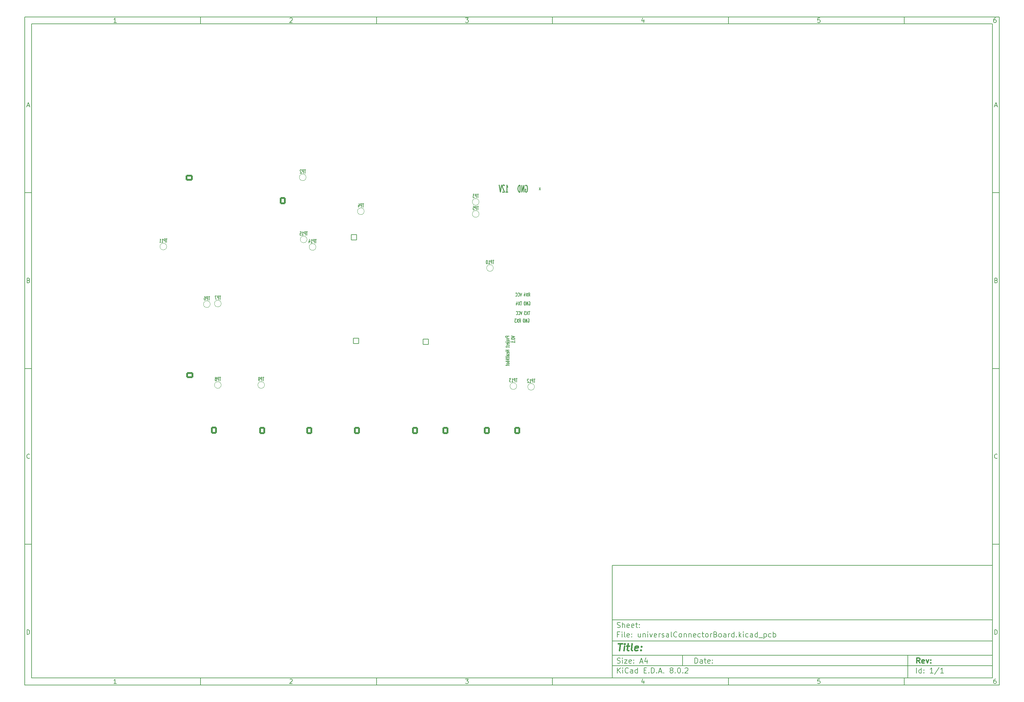
<source format=gbo>
G04 #@! TF.GenerationSoftware,KiCad,Pcbnew,8.0.2*
G04 #@! TF.CreationDate,2024-05-26T03:41:07+02:00*
G04 #@! TF.ProjectId,universalConnectorBoard,756e6976-6572-4736-916c-436f6e6e6563,rev?*
G04 #@! TF.SameCoordinates,Original*
G04 #@! TF.FileFunction,Legend,Bot*
G04 #@! TF.FilePolarity,Positive*
%FSLAX46Y46*%
G04 Gerber Fmt 4.6, Leading zero omitted, Abs format (unit mm)*
G04 Created by KiCad (PCBNEW 8.0.2) date 2024-05-26 03:41:07*
%MOMM*%
%LPD*%
G01*
G04 APERTURE LIST*
G04 Aperture macros list*
%AMRoundRect*
0 Rectangle with rounded corners*
0 $1 Rounding radius*
0 $2 $3 $4 $5 $6 $7 $8 $9 X,Y pos of 4 corners*
0 Add a 4 corners polygon primitive as box body*
4,1,4,$2,$3,$4,$5,$6,$7,$8,$9,$2,$3,0*
0 Add four circle primitives for the rounded corners*
1,1,$1+$1,$2,$3*
1,1,$1+$1,$4,$5*
1,1,$1+$1,$6,$7*
1,1,$1+$1,$8,$9*
0 Add four rect primitives between the rounded corners*
20,1,$1+$1,$2,$3,$4,$5,0*
20,1,$1+$1,$4,$5,$6,$7,0*
20,1,$1+$1,$6,$7,$8,$9,0*
20,1,$1+$1,$8,$9,$2,$3,0*%
G04 Aperture macros list end*
%ADD10C,0.100000*%
%ADD11C,0.150000*%
%ADD12C,0.300000*%
%ADD13C,0.400000*%
%ADD14C,0.153000*%
%ADD15C,0.250000*%
%ADD16C,0.120000*%
%ADD17O,1.800000X1.800000*%
%ADD18O,1.500000X1.500000*%
%ADD19O,1.700000X1.700000*%
%ADD20R,1.700000X1.700000*%
%ADD21C,1.280000*%
%ADD22RoundRect,0.102000X-0.762000X-0.762000X0.762000X-0.762000X0.762000X0.762000X-0.762000X0.762000X0*%
%ADD23C,1.728000*%
%ADD24C,6.404000*%
%ADD25RoundRect,0.250000X-0.725000X0.600000X-0.725000X-0.600000X0.725000X-0.600000X0.725000X0.600000X0*%
%ADD26O,1.950000X1.700000*%
%ADD27RoundRect,0.250000X-0.600000X-0.750000X0.600000X-0.750000X0.600000X0.750000X-0.600000X0.750000X0*%
%ADD28O,1.700000X2.000000*%
%ADD29RoundRect,0.250000X-0.600000X-0.725000X0.600000X-0.725000X0.600000X0.725000X-0.600000X0.725000X0*%
%ADD30O,1.700000X1.950000*%
%ADD31RoundRect,0.250000X0.600000X0.725000X-0.600000X0.725000X-0.600000X-0.725000X0.600000X-0.725000X0*%
%ADD32C,2.025000*%
%ADD33RoundRect,0.102000X-0.754000X-0.754000X0.754000X-0.754000X0.754000X0.754000X-0.754000X0.754000X0*%
%ADD34C,1.712000*%
%ADD35C,1.500000*%
G04 APERTURE END LIST*
D10*
D11*
X177002200Y-166007200D02*
X285002200Y-166007200D01*
X285002200Y-198007200D01*
X177002200Y-198007200D01*
X177002200Y-166007200D01*
D10*
D11*
X10000000Y-10000000D02*
X287002200Y-10000000D01*
X287002200Y-200007200D01*
X10000000Y-200007200D01*
X10000000Y-10000000D01*
D10*
D11*
X12000000Y-12000000D02*
X285002200Y-12000000D01*
X285002200Y-198007200D01*
X12000000Y-198007200D01*
X12000000Y-12000000D01*
D10*
D11*
X60000000Y-12000000D02*
X60000000Y-10000000D01*
D10*
D11*
X110000000Y-12000000D02*
X110000000Y-10000000D01*
D10*
D11*
X160000000Y-12000000D02*
X160000000Y-10000000D01*
D10*
D11*
X210000000Y-12000000D02*
X210000000Y-10000000D01*
D10*
D11*
X260000000Y-12000000D02*
X260000000Y-10000000D01*
D10*
D11*
X36089160Y-11593604D02*
X35346303Y-11593604D01*
X35717731Y-11593604D02*
X35717731Y-10293604D01*
X35717731Y-10293604D02*
X35593922Y-10479319D01*
X35593922Y-10479319D02*
X35470112Y-10603128D01*
X35470112Y-10603128D02*
X35346303Y-10665033D01*
D10*
D11*
X85346303Y-10417414D02*
X85408207Y-10355509D01*
X85408207Y-10355509D02*
X85532017Y-10293604D01*
X85532017Y-10293604D02*
X85841541Y-10293604D01*
X85841541Y-10293604D02*
X85965350Y-10355509D01*
X85965350Y-10355509D02*
X86027255Y-10417414D01*
X86027255Y-10417414D02*
X86089160Y-10541223D01*
X86089160Y-10541223D02*
X86089160Y-10665033D01*
X86089160Y-10665033D02*
X86027255Y-10850747D01*
X86027255Y-10850747D02*
X85284398Y-11593604D01*
X85284398Y-11593604D02*
X86089160Y-11593604D01*
D10*
D11*
X135284398Y-10293604D02*
X136089160Y-10293604D01*
X136089160Y-10293604D02*
X135655826Y-10788842D01*
X135655826Y-10788842D02*
X135841541Y-10788842D01*
X135841541Y-10788842D02*
X135965350Y-10850747D01*
X135965350Y-10850747D02*
X136027255Y-10912652D01*
X136027255Y-10912652D02*
X136089160Y-11036461D01*
X136089160Y-11036461D02*
X136089160Y-11345985D01*
X136089160Y-11345985D02*
X136027255Y-11469795D01*
X136027255Y-11469795D02*
X135965350Y-11531700D01*
X135965350Y-11531700D02*
X135841541Y-11593604D01*
X135841541Y-11593604D02*
X135470112Y-11593604D01*
X135470112Y-11593604D02*
X135346303Y-11531700D01*
X135346303Y-11531700D02*
X135284398Y-11469795D01*
D10*
D11*
X185965350Y-10726938D02*
X185965350Y-11593604D01*
X185655826Y-10231700D02*
X185346303Y-11160271D01*
X185346303Y-11160271D02*
X186151064Y-11160271D01*
D10*
D11*
X236027255Y-10293604D02*
X235408207Y-10293604D01*
X235408207Y-10293604D02*
X235346303Y-10912652D01*
X235346303Y-10912652D02*
X235408207Y-10850747D01*
X235408207Y-10850747D02*
X235532017Y-10788842D01*
X235532017Y-10788842D02*
X235841541Y-10788842D01*
X235841541Y-10788842D02*
X235965350Y-10850747D01*
X235965350Y-10850747D02*
X236027255Y-10912652D01*
X236027255Y-10912652D02*
X236089160Y-11036461D01*
X236089160Y-11036461D02*
X236089160Y-11345985D01*
X236089160Y-11345985D02*
X236027255Y-11469795D01*
X236027255Y-11469795D02*
X235965350Y-11531700D01*
X235965350Y-11531700D02*
X235841541Y-11593604D01*
X235841541Y-11593604D02*
X235532017Y-11593604D01*
X235532017Y-11593604D02*
X235408207Y-11531700D01*
X235408207Y-11531700D02*
X235346303Y-11469795D01*
D10*
D11*
X285965350Y-10293604D02*
X285717731Y-10293604D01*
X285717731Y-10293604D02*
X285593922Y-10355509D01*
X285593922Y-10355509D02*
X285532017Y-10417414D01*
X285532017Y-10417414D02*
X285408207Y-10603128D01*
X285408207Y-10603128D02*
X285346303Y-10850747D01*
X285346303Y-10850747D02*
X285346303Y-11345985D01*
X285346303Y-11345985D02*
X285408207Y-11469795D01*
X285408207Y-11469795D02*
X285470112Y-11531700D01*
X285470112Y-11531700D02*
X285593922Y-11593604D01*
X285593922Y-11593604D02*
X285841541Y-11593604D01*
X285841541Y-11593604D02*
X285965350Y-11531700D01*
X285965350Y-11531700D02*
X286027255Y-11469795D01*
X286027255Y-11469795D02*
X286089160Y-11345985D01*
X286089160Y-11345985D02*
X286089160Y-11036461D01*
X286089160Y-11036461D02*
X286027255Y-10912652D01*
X286027255Y-10912652D02*
X285965350Y-10850747D01*
X285965350Y-10850747D02*
X285841541Y-10788842D01*
X285841541Y-10788842D02*
X285593922Y-10788842D01*
X285593922Y-10788842D02*
X285470112Y-10850747D01*
X285470112Y-10850747D02*
X285408207Y-10912652D01*
X285408207Y-10912652D02*
X285346303Y-11036461D01*
D10*
D11*
X60000000Y-198007200D02*
X60000000Y-200007200D01*
D10*
D11*
X110000000Y-198007200D02*
X110000000Y-200007200D01*
D10*
D11*
X160000000Y-198007200D02*
X160000000Y-200007200D01*
D10*
D11*
X210000000Y-198007200D02*
X210000000Y-200007200D01*
D10*
D11*
X260000000Y-198007200D02*
X260000000Y-200007200D01*
D10*
D11*
X36089160Y-199600804D02*
X35346303Y-199600804D01*
X35717731Y-199600804D02*
X35717731Y-198300804D01*
X35717731Y-198300804D02*
X35593922Y-198486519D01*
X35593922Y-198486519D02*
X35470112Y-198610328D01*
X35470112Y-198610328D02*
X35346303Y-198672233D01*
D10*
D11*
X85346303Y-198424614D02*
X85408207Y-198362709D01*
X85408207Y-198362709D02*
X85532017Y-198300804D01*
X85532017Y-198300804D02*
X85841541Y-198300804D01*
X85841541Y-198300804D02*
X85965350Y-198362709D01*
X85965350Y-198362709D02*
X86027255Y-198424614D01*
X86027255Y-198424614D02*
X86089160Y-198548423D01*
X86089160Y-198548423D02*
X86089160Y-198672233D01*
X86089160Y-198672233D02*
X86027255Y-198857947D01*
X86027255Y-198857947D02*
X85284398Y-199600804D01*
X85284398Y-199600804D02*
X86089160Y-199600804D01*
D10*
D11*
X135284398Y-198300804D02*
X136089160Y-198300804D01*
X136089160Y-198300804D02*
X135655826Y-198796042D01*
X135655826Y-198796042D02*
X135841541Y-198796042D01*
X135841541Y-198796042D02*
X135965350Y-198857947D01*
X135965350Y-198857947D02*
X136027255Y-198919852D01*
X136027255Y-198919852D02*
X136089160Y-199043661D01*
X136089160Y-199043661D02*
X136089160Y-199353185D01*
X136089160Y-199353185D02*
X136027255Y-199476995D01*
X136027255Y-199476995D02*
X135965350Y-199538900D01*
X135965350Y-199538900D02*
X135841541Y-199600804D01*
X135841541Y-199600804D02*
X135470112Y-199600804D01*
X135470112Y-199600804D02*
X135346303Y-199538900D01*
X135346303Y-199538900D02*
X135284398Y-199476995D01*
D10*
D11*
X185965350Y-198734138D02*
X185965350Y-199600804D01*
X185655826Y-198238900D02*
X185346303Y-199167471D01*
X185346303Y-199167471D02*
X186151064Y-199167471D01*
D10*
D11*
X236027255Y-198300804D02*
X235408207Y-198300804D01*
X235408207Y-198300804D02*
X235346303Y-198919852D01*
X235346303Y-198919852D02*
X235408207Y-198857947D01*
X235408207Y-198857947D02*
X235532017Y-198796042D01*
X235532017Y-198796042D02*
X235841541Y-198796042D01*
X235841541Y-198796042D02*
X235965350Y-198857947D01*
X235965350Y-198857947D02*
X236027255Y-198919852D01*
X236027255Y-198919852D02*
X236089160Y-199043661D01*
X236089160Y-199043661D02*
X236089160Y-199353185D01*
X236089160Y-199353185D02*
X236027255Y-199476995D01*
X236027255Y-199476995D02*
X235965350Y-199538900D01*
X235965350Y-199538900D02*
X235841541Y-199600804D01*
X235841541Y-199600804D02*
X235532017Y-199600804D01*
X235532017Y-199600804D02*
X235408207Y-199538900D01*
X235408207Y-199538900D02*
X235346303Y-199476995D01*
D10*
D11*
X285965350Y-198300804D02*
X285717731Y-198300804D01*
X285717731Y-198300804D02*
X285593922Y-198362709D01*
X285593922Y-198362709D02*
X285532017Y-198424614D01*
X285532017Y-198424614D02*
X285408207Y-198610328D01*
X285408207Y-198610328D02*
X285346303Y-198857947D01*
X285346303Y-198857947D02*
X285346303Y-199353185D01*
X285346303Y-199353185D02*
X285408207Y-199476995D01*
X285408207Y-199476995D02*
X285470112Y-199538900D01*
X285470112Y-199538900D02*
X285593922Y-199600804D01*
X285593922Y-199600804D02*
X285841541Y-199600804D01*
X285841541Y-199600804D02*
X285965350Y-199538900D01*
X285965350Y-199538900D02*
X286027255Y-199476995D01*
X286027255Y-199476995D02*
X286089160Y-199353185D01*
X286089160Y-199353185D02*
X286089160Y-199043661D01*
X286089160Y-199043661D02*
X286027255Y-198919852D01*
X286027255Y-198919852D02*
X285965350Y-198857947D01*
X285965350Y-198857947D02*
X285841541Y-198796042D01*
X285841541Y-198796042D02*
X285593922Y-198796042D01*
X285593922Y-198796042D02*
X285470112Y-198857947D01*
X285470112Y-198857947D02*
X285408207Y-198919852D01*
X285408207Y-198919852D02*
X285346303Y-199043661D01*
D10*
D11*
X10000000Y-60000000D02*
X12000000Y-60000000D01*
D10*
D11*
X10000000Y-110000000D02*
X12000000Y-110000000D01*
D10*
D11*
X10000000Y-160000000D02*
X12000000Y-160000000D01*
D10*
D11*
X10690476Y-35222176D02*
X11309523Y-35222176D01*
X10566666Y-35593604D02*
X10999999Y-34293604D01*
X10999999Y-34293604D02*
X11433333Y-35593604D01*
D10*
D11*
X11092857Y-84912652D02*
X11278571Y-84974557D01*
X11278571Y-84974557D02*
X11340476Y-85036461D01*
X11340476Y-85036461D02*
X11402380Y-85160271D01*
X11402380Y-85160271D02*
X11402380Y-85345985D01*
X11402380Y-85345985D02*
X11340476Y-85469795D01*
X11340476Y-85469795D02*
X11278571Y-85531700D01*
X11278571Y-85531700D02*
X11154761Y-85593604D01*
X11154761Y-85593604D02*
X10659523Y-85593604D01*
X10659523Y-85593604D02*
X10659523Y-84293604D01*
X10659523Y-84293604D02*
X11092857Y-84293604D01*
X11092857Y-84293604D02*
X11216666Y-84355509D01*
X11216666Y-84355509D02*
X11278571Y-84417414D01*
X11278571Y-84417414D02*
X11340476Y-84541223D01*
X11340476Y-84541223D02*
X11340476Y-84665033D01*
X11340476Y-84665033D02*
X11278571Y-84788842D01*
X11278571Y-84788842D02*
X11216666Y-84850747D01*
X11216666Y-84850747D02*
X11092857Y-84912652D01*
X11092857Y-84912652D02*
X10659523Y-84912652D01*
D10*
D11*
X11402380Y-135469795D02*
X11340476Y-135531700D01*
X11340476Y-135531700D02*
X11154761Y-135593604D01*
X11154761Y-135593604D02*
X11030952Y-135593604D01*
X11030952Y-135593604D02*
X10845238Y-135531700D01*
X10845238Y-135531700D02*
X10721428Y-135407890D01*
X10721428Y-135407890D02*
X10659523Y-135284080D01*
X10659523Y-135284080D02*
X10597619Y-135036461D01*
X10597619Y-135036461D02*
X10597619Y-134850747D01*
X10597619Y-134850747D02*
X10659523Y-134603128D01*
X10659523Y-134603128D02*
X10721428Y-134479319D01*
X10721428Y-134479319D02*
X10845238Y-134355509D01*
X10845238Y-134355509D02*
X11030952Y-134293604D01*
X11030952Y-134293604D02*
X11154761Y-134293604D01*
X11154761Y-134293604D02*
X11340476Y-134355509D01*
X11340476Y-134355509D02*
X11402380Y-134417414D01*
D10*
D11*
X10659523Y-185593604D02*
X10659523Y-184293604D01*
X10659523Y-184293604D02*
X10969047Y-184293604D01*
X10969047Y-184293604D02*
X11154761Y-184355509D01*
X11154761Y-184355509D02*
X11278571Y-184479319D01*
X11278571Y-184479319D02*
X11340476Y-184603128D01*
X11340476Y-184603128D02*
X11402380Y-184850747D01*
X11402380Y-184850747D02*
X11402380Y-185036461D01*
X11402380Y-185036461D02*
X11340476Y-185284080D01*
X11340476Y-185284080D02*
X11278571Y-185407890D01*
X11278571Y-185407890D02*
X11154761Y-185531700D01*
X11154761Y-185531700D02*
X10969047Y-185593604D01*
X10969047Y-185593604D02*
X10659523Y-185593604D01*
D10*
D11*
X287002200Y-60000000D02*
X285002200Y-60000000D01*
D10*
D11*
X287002200Y-110000000D02*
X285002200Y-110000000D01*
D10*
D11*
X287002200Y-160000000D02*
X285002200Y-160000000D01*
D10*
D11*
X285692676Y-35222176D02*
X286311723Y-35222176D01*
X285568866Y-35593604D02*
X286002199Y-34293604D01*
X286002199Y-34293604D02*
X286435533Y-35593604D01*
D10*
D11*
X286095057Y-84912652D02*
X286280771Y-84974557D01*
X286280771Y-84974557D02*
X286342676Y-85036461D01*
X286342676Y-85036461D02*
X286404580Y-85160271D01*
X286404580Y-85160271D02*
X286404580Y-85345985D01*
X286404580Y-85345985D02*
X286342676Y-85469795D01*
X286342676Y-85469795D02*
X286280771Y-85531700D01*
X286280771Y-85531700D02*
X286156961Y-85593604D01*
X286156961Y-85593604D02*
X285661723Y-85593604D01*
X285661723Y-85593604D02*
X285661723Y-84293604D01*
X285661723Y-84293604D02*
X286095057Y-84293604D01*
X286095057Y-84293604D02*
X286218866Y-84355509D01*
X286218866Y-84355509D02*
X286280771Y-84417414D01*
X286280771Y-84417414D02*
X286342676Y-84541223D01*
X286342676Y-84541223D02*
X286342676Y-84665033D01*
X286342676Y-84665033D02*
X286280771Y-84788842D01*
X286280771Y-84788842D02*
X286218866Y-84850747D01*
X286218866Y-84850747D02*
X286095057Y-84912652D01*
X286095057Y-84912652D02*
X285661723Y-84912652D01*
D10*
D11*
X286404580Y-135469795D02*
X286342676Y-135531700D01*
X286342676Y-135531700D02*
X286156961Y-135593604D01*
X286156961Y-135593604D02*
X286033152Y-135593604D01*
X286033152Y-135593604D02*
X285847438Y-135531700D01*
X285847438Y-135531700D02*
X285723628Y-135407890D01*
X285723628Y-135407890D02*
X285661723Y-135284080D01*
X285661723Y-135284080D02*
X285599819Y-135036461D01*
X285599819Y-135036461D02*
X285599819Y-134850747D01*
X285599819Y-134850747D02*
X285661723Y-134603128D01*
X285661723Y-134603128D02*
X285723628Y-134479319D01*
X285723628Y-134479319D02*
X285847438Y-134355509D01*
X285847438Y-134355509D02*
X286033152Y-134293604D01*
X286033152Y-134293604D02*
X286156961Y-134293604D01*
X286156961Y-134293604D02*
X286342676Y-134355509D01*
X286342676Y-134355509D02*
X286404580Y-134417414D01*
D10*
D11*
X285661723Y-185593604D02*
X285661723Y-184293604D01*
X285661723Y-184293604D02*
X285971247Y-184293604D01*
X285971247Y-184293604D02*
X286156961Y-184355509D01*
X286156961Y-184355509D02*
X286280771Y-184479319D01*
X286280771Y-184479319D02*
X286342676Y-184603128D01*
X286342676Y-184603128D02*
X286404580Y-184850747D01*
X286404580Y-184850747D02*
X286404580Y-185036461D01*
X286404580Y-185036461D02*
X286342676Y-185284080D01*
X286342676Y-185284080D02*
X286280771Y-185407890D01*
X286280771Y-185407890D02*
X286156961Y-185531700D01*
X286156961Y-185531700D02*
X285971247Y-185593604D01*
X285971247Y-185593604D02*
X285661723Y-185593604D01*
D10*
D11*
X200458026Y-193793328D02*
X200458026Y-192293328D01*
X200458026Y-192293328D02*
X200815169Y-192293328D01*
X200815169Y-192293328D02*
X201029455Y-192364757D01*
X201029455Y-192364757D02*
X201172312Y-192507614D01*
X201172312Y-192507614D02*
X201243741Y-192650471D01*
X201243741Y-192650471D02*
X201315169Y-192936185D01*
X201315169Y-192936185D02*
X201315169Y-193150471D01*
X201315169Y-193150471D02*
X201243741Y-193436185D01*
X201243741Y-193436185D02*
X201172312Y-193579042D01*
X201172312Y-193579042D02*
X201029455Y-193721900D01*
X201029455Y-193721900D02*
X200815169Y-193793328D01*
X200815169Y-193793328D02*
X200458026Y-193793328D01*
X202600884Y-193793328D02*
X202600884Y-193007614D01*
X202600884Y-193007614D02*
X202529455Y-192864757D01*
X202529455Y-192864757D02*
X202386598Y-192793328D01*
X202386598Y-192793328D02*
X202100884Y-192793328D01*
X202100884Y-192793328D02*
X201958026Y-192864757D01*
X202600884Y-193721900D02*
X202458026Y-193793328D01*
X202458026Y-193793328D02*
X202100884Y-193793328D01*
X202100884Y-193793328D02*
X201958026Y-193721900D01*
X201958026Y-193721900D02*
X201886598Y-193579042D01*
X201886598Y-193579042D02*
X201886598Y-193436185D01*
X201886598Y-193436185D02*
X201958026Y-193293328D01*
X201958026Y-193293328D02*
X202100884Y-193221900D01*
X202100884Y-193221900D02*
X202458026Y-193221900D01*
X202458026Y-193221900D02*
X202600884Y-193150471D01*
X203100884Y-192793328D02*
X203672312Y-192793328D01*
X203315169Y-192293328D02*
X203315169Y-193579042D01*
X203315169Y-193579042D02*
X203386598Y-193721900D01*
X203386598Y-193721900D02*
X203529455Y-193793328D01*
X203529455Y-193793328D02*
X203672312Y-193793328D01*
X204743741Y-193721900D02*
X204600884Y-193793328D01*
X204600884Y-193793328D02*
X204315170Y-193793328D01*
X204315170Y-193793328D02*
X204172312Y-193721900D01*
X204172312Y-193721900D02*
X204100884Y-193579042D01*
X204100884Y-193579042D02*
X204100884Y-193007614D01*
X204100884Y-193007614D02*
X204172312Y-192864757D01*
X204172312Y-192864757D02*
X204315170Y-192793328D01*
X204315170Y-192793328D02*
X204600884Y-192793328D01*
X204600884Y-192793328D02*
X204743741Y-192864757D01*
X204743741Y-192864757D02*
X204815170Y-193007614D01*
X204815170Y-193007614D02*
X204815170Y-193150471D01*
X204815170Y-193150471D02*
X204100884Y-193293328D01*
X205458026Y-193650471D02*
X205529455Y-193721900D01*
X205529455Y-193721900D02*
X205458026Y-193793328D01*
X205458026Y-193793328D02*
X205386598Y-193721900D01*
X205386598Y-193721900D02*
X205458026Y-193650471D01*
X205458026Y-193650471D02*
X205458026Y-193793328D01*
X205458026Y-192864757D02*
X205529455Y-192936185D01*
X205529455Y-192936185D02*
X205458026Y-193007614D01*
X205458026Y-193007614D02*
X205386598Y-192936185D01*
X205386598Y-192936185D02*
X205458026Y-192864757D01*
X205458026Y-192864757D02*
X205458026Y-193007614D01*
D10*
D11*
X177002200Y-194507200D02*
X285002200Y-194507200D01*
D10*
D11*
X178458026Y-196593328D02*
X178458026Y-195093328D01*
X179315169Y-196593328D02*
X178672312Y-195736185D01*
X179315169Y-195093328D02*
X178458026Y-195950471D01*
X179958026Y-196593328D02*
X179958026Y-195593328D01*
X179958026Y-195093328D02*
X179886598Y-195164757D01*
X179886598Y-195164757D02*
X179958026Y-195236185D01*
X179958026Y-195236185D02*
X180029455Y-195164757D01*
X180029455Y-195164757D02*
X179958026Y-195093328D01*
X179958026Y-195093328D02*
X179958026Y-195236185D01*
X181529455Y-196450471D02*
X181458027Y-196521900D01*
X181458027Y-196521900D02*
X181243741Y-196593328D01*
X181243741Y-196593328D02*
X181100884Y-196593328D01*
X181100884Y-196593328D02*
X180886598Y-196521900D01*
X180886598Y-196521900D02*
X180743741Y-196379042D01*
X180743741Y-196379042D02*
X180672312Y-196236185D01*
X180672312Y-196236185D02*
X180600884Y-195950471D01*
X180600884Y-195950471D02*
X180600884Y-195736185D01*
X180600884Y-195736185D02*
X180672312Y-195450471D01*
X180672312Y-195450471D02*
X180743741Y-195307614D01*
X180743741Y-195307614D02*
X180886598Y-195164757D01*
X180886598Y-195164757D02*
X181100884Y-195093328D01*
X181100884Y-195093328D02*
X181243741Y-195093328D01*
X181243741Y-195093328D02*
X181458027Y-195164757D01*
X181458027Y-195164757D02*
X181529455Y-195236185D01*
X182815170Y-196593328D02*
X182815170Y-195807614D01*
X182815170Y-195807614D02*
X182743741Y-195664757D01*
X182743741Y-195664757D02*
X182600884Y-195593328D01*
X182600884Y-195593328D02*
X182315170Y-195593328D01*
X182315170Y-195593328D02*
X182172312Y-195664757D01*
X182815170Y-196521900D02*
X182672312Y-196593328D01*
X182672312Y-196593328D02*
X182315170Y-196593328D01*
X182315170Y-196593328D02*
X182172312Y-196521900D01*
X182172312Y-196521900D02*
X182100884Y-196379042D01*
X182100884Y-196379042D02*
X182100884Y-196236185D01*
X182100884Y-196236185D02*
X182172312Y-196093328D01*
X182172312Y-196093328D02*
X182315170Y-196021900D01*
X182315170Y-196021900D02*
X182672312Y-196021900D01*
X182672312Y-196021900D02*
X182815170Y-195950471D01*
X184172313Y-196593328D02*
X184172313Y-195093328D01*
X184172313Y-196521900D02*
X184029455Y-196593328D01*
X184029455Y-196593328D02*
X183743741Y-196593328D01*
X183743741Y-196593328D02*
X183600884Y-196521900D01*
X183600884Y-196521900D02*
X183529455Y-196450471D01*
X183529455Y-196450471D02*
X183458027Y-196307614D01*
X183458027Y-196307614D02*
X183458027Y-195879042D01*
X183458027Y-195879042D02*
X183529455Y-195736185D01*
X183529455Y-195736185D02*
X183600884Y-195664757D01*
X183600884Y-195664757D02*
X183743741Y-195593328D01*
X183743741Y-195593328D02*
X184029455Y-195593328D01*
X184029455Y-195593328D02*
X184172313Y-195664757D01*
X186029455Y-195807614D02*
X186529455Y-195807614D01*
X186743741Y-196593328D02*
X186029455Y-196593328D01*
X186029455Y-196593328D02*
X186029455Y-195093328D01*
X186029455Y-195093328D02*
X186743741Y-195093328D01*
X187386598Y-196450471D02*
X187458027Y-196521900D01*
X187458027Y-196521900D02*
X187386598Y-196593328D01*
X187386598Y-196593328D02*
X187315170Y-196521900D01*
X187315170Y-196521900D02*
X187386598Y-196450471D01*
X187386598Y-196450471D02*
X187386598Y-196593328D01*
X188100884Y-196593328D02*
X188100884Y-195093328D01*
X188100884Y-195093328D02*
X188458027Y-195093328D01*
X188458027Y-195093328D02*
X188672313Y-195164757D01*
X188672313Y-195164757D02*
X188815170Y-195307614D01*
X188815170Y-195307614D02*
X188886599Y-195450471D01*
X188886599Y-195450471D02*
X188958027Y-195736185D01*
X188958027Y-195736185D02*
X188958027Y-195950471D01*
X188958027Y-195950471D02*
X188886599Y-196236185D01*
X188886599Y-196236185D02*
X188815170Y-196379042D01*
X188815170Y-196379042D02*
X188672313Y-196521900D01*
X188672313Y-196521900D02*
X188458027Y-196593328D01*
X188458027Y-196593328D02*
X188100884Y-196593328D01*
X189600884Y-196450471D02*
X189672313Y-196521900D01*
X189672313Y-196521900D02*
X189600884Y-196593328D01*
X189600884Y-196593328D02*
X189529456Y-196521900D01*
X189529456Y-196521900D02*
X189600884Y-196450471D01*
X189600884Y-196450471D02*
X189600884Y-196593328D01*
X190243742Y-196164757D02*
X190958028Y-196164757D01*
X190100885Y-196593328D02*
X190600885Y-195093328D01*
X190600885Y-195093328D02*
X191100885Y-196593328D01*
X191600884Y-196450471D02*
X191672313Y-196521900D01*
X191672313Y-196521900D02*
X191600884Y-196593328D01*
X191600884Y-196593328D02*
X191529456Y-196521900D01*
X191529456Y-196521900D02*
X191600884Y-196450471D01*
X191600884Y-196450471D02*
X191600884Y-196593328D01*
X193672313Y-195736185D02*
X193529456Y-195664757D01*
X193529456Y-195664757D02*
X193458027Y-195593328D01*
X193458027Y-195593328D02*
X193386599Y-195450471D01*
X193386599Y-195450471D02*
X193386599Y-195379042D01*
X193386599Y-195379042D02*
X193458027Y-195236185D01*
X193458027Y-195236185D02*
X193529456Y-195164757D01*
X193529456Y-195164757D02*
X193672313Y-195093328D01*
X193672313Y-195093328D02*
X193958027Y-195093328D01*
X193958027Y-195093328D02*
X194100885Y-195164757D01*
X194100885Y-195164757D02*
X194172313Y-195236185D01*
X194172313Y-195236185D02*
X194243742Y-195379042D01*
X194243742Y-195379042D02*
X194243742Y-195450471D01*
X194243742Y-195450471D02*
X194172313Y-195593328D01*
X194172313Y-195593328D02*
X194100885Y-195664757D01*
X194100885Y-195664757D02*
X193958027Y-195736185D01*
X193958027Y-195736185D02*
X193672313Y-195736185D01*
X193672313Y-195736185D02*
X193529456Y-195807614D01*
X193529456Y-195807614D02*
X193458027Y-195879042D01*
X193458027Y-195879042D02*
X193386599Y-196021900D01*
X193386599Y-196021900D02*
X193386599Y-196307614D01*
X193386599Y-196307614D02*
X193458027Y-196450471D01*
X193458027Y-196450471D02*
X193529456Y-196521900D01*
X193529456Y-196521900D02*
X193672313Y-196593328D01*
X193672313Y-196593328D02*
X193958027Y-196593328D01*
X193958027Y-196593328D02*
X194100885Y-196521900D01*
X194100885Y-196521900D02*
X194172313Y-196450471D01*
X194172313Y-196450471D02*
X194243742Y-196307614D01*
X194243742Y-196307614D02*
X194243742Y-196021900D01*
X194243742Y-196021900D02*
X194172313Y-195879042D01*
X194172313Y-195879042D02*
X194100885Y-195807614D01*
X194100885Y-195807614D02*
X193958027Y-195736185D01*
X194886598Y-196450471D02*
X194958027Y-196521900D01*
X194958027Y-196521900D02*
X194886598Y-196593328D01*
X194886598Y-196593328D02*
X194815170Y-196521900D01*
X194815170Y-196521900D02*
X194886598Y-196450471D01*
X194886598Y-196450471D02*
X194886598Y-196593328D01*
X195886599Y-195093328D02*
X196029456Y-195093328D01*
X196029456Y-195093328D02*
X196172313Y-195164757D01*
X196172313Y-195164757D02*
X196243742Y-195236185D01*
X196243742Y-195236185D02*
X196315170Y-195379042D01*
X196315170Y-195379042D02*
X196386599Y-195664757D01*
X196386599Y-195664757D02*
X196386599Y-196021900D01*
X196386599Y-196021900D02*
X196315170Y-196307614D01*
X196315170Y-196307614D02*
X196243742Y-196450471D01*
X196243742Y-196450471D02*
X196172313Y-196521900D01*
X196172313Y-196521900D02*
X196029456Y-196593328D01*
X196029456Y-196593328D02*
X195886599Y-196593328D01*
X195886599Y-196593328D02*
X195743742Y-196521900D01*
X195743742Y-196521900D02*
X195672313Y-196450471D01*
X195672313Y-196450471D02*
X195600884Y-196307614D01*
X195600884Y-196307614D02*
X195529456Y-196021900D01*
X195529456Y-196021900D02*
X195529456Y-195664757D01*
X195529456Y-195664757D02*
X195600884Y-195379042D01*
X195600884Y-195379042D02*
X195672313Y-195236185D01*
X195672313Y-195236185D02*
X195743742Y-195164757D01*
X195743742Y-195164757D02*
X195886599Y-195093328D01*
X197029455Y-196450471D02*
X197100884Y-196521900D01*
X197100884Y-196521900D02*
X197029455Y-196593328D01*
X197029455Y-196593328D02*
X196958027Y-196521900D01*
X196958027Y-196521900D02*
X197029455Y-196450471D01*
X197029455Y-196450471D02*
X197029455Y-196593328D01*
X197672313Y-195236185D02*
X197743741Y-195164757D01*
X197743741Y-195164757D02*
X197886599Y-195093328D01*
X197886599Y-195093328D02*
X198243741Y-195093328D01*
X198243741Y-195093328D02*
X198386599Y-195164757D01*
X198386599Y-195164757D02*
X198458027Y-195236185D01*
X198458027Y-195236185D02*
X198529456Y-195379042D01*
X198529456Y-195379042D02*
X198529456Y-195521900D01*
X198529456Y-195521900D02*
X198458027Y-195736185D01*
X198458027Y-195736185D02*
X197600884Y-196593328D01*
X197600884Y-196593328D02*
X198529456Y-196593328D01*
D10*
D11*
X177002200Y-191507200D02*
X285002200Y-191507200D01*
D10*
D12*
X264413853Y-193785528D02*
X263913853Y-193071242D01*
X263556710Y-193785528D02*
X263556710Y-192285528D01*
X263556710Y-192285528D02*
X264128139Y-192285528D01*
X264128139Y-192285528D02*
X264270996Y-192356957D01*
X264270996Y-192356957D02*
X264342425Y-192428385D01*
X264342425Y-192428385D02*
X264413853Y-192571242D01*
X264413853Y-192571242D02*
X264413853Y-192785528D01*
X264413853Y-192785528D02*
X264342425Y-192928385D01*
X264342425Y-192928385D02*
X264270996Y-192999814D01*
X264270996Y-192999814D02*
X264128139Y-193071242D01*
X264128139Y-193071242D02*
X263556710Y-193071242D01*
X265628139Y-193714100D02*
X265485282Y-193785528D01*
X265485282Y-193785528D02*
X265199568Y-193785528D01*
X265199568Y-193785528D02*
X265056710Y-193714100D01*
X265056710Y-193714100D02*
X264985282Y-193571242D01*
X264985282Y-193571242D02*
X264985282Y-192999814D01*
X264985282Y-192999814D02*
X265056710Y-192856957D01*
X265056710Y-192856957D02*
X265199568Y-192785528D01*
X265199568Y-192785528D02*
X265485282Y-192785528D01*
X265485282Y-192785528D02*
X265628139Y-192856957D01*
X265628139Y-192856957D02*
X265699568Y-192999814D01*
X265699568Y-192999814D02*
X265699568Y-193142671D01*
X265699568Y-193142671D02*
X264985282Y-193285528D01*
X266199567Y-192785528D02*
X266556710Y-193785528D01*
X266556710Y-193785528D02*
X266913853Y-192785528D01*
X267485281Y-193642671D02*
X267556710Y-193714100D01*
X267556710Y-193714100D02*
X267485281Y-193785528D01*
X267485281Y-193785528D02*
X267413853Y-193714100D01*
X267413853Y-193714100D02*
X267485281Y-193642671D01*
X267485281Y-193642671D02*
X267485281Y-193785528D01*
X267485281Y-192856957D02*
X267556710Y-192928385D01*
X267556710Y-192928385D02*
X267485281Y-192999814D01*
X267485281Y-192999814D02*
X267413853Y-192928385D01*
X267413853Y-192928385D02*
X267485281Y-192856957D01*
X267485281Y-192856957D02*
X267485281Y-192999814D01*
D10*
D11*
X178386598Y-193721900D02*
X178600884Y-193793328D01*
X178600884Y-193793328D02*
X178958026Y-193793328D01*
X178958026Y-193793328D02*
X179100884Y-193721900D01*
X179100884Y-193721900D02*
X179172312Y-193650471D01*
X179172312Y-193650471D02*
X179243741Y-193507614D01*
X179243741Y-193507614D02*
X179243741Y-193364757D01*
X179243741Y-193364757D02*
X179172312Y-193221900D01*
X179172312Y-193221900D02*
X179100884Y-193150471D01*
X179100884Y-193150471D02*
X178958026Y-193079042D01*
X178958026Y-193079042D02*
X178672312Y-193007614D01*
X178672312Y-193007614D02*
X178529455Y-192936185D01*
X178529455Y-192936185D02*
X178458026Y-192864757D01*
X178458026Y-192864757D02*
X178386598Y-192721900D01*
X178386598Y-192721900D02*
X178386598Y-192579042D01*
X178386598Y-192579042D02*
X178458026Y-192436185D01*
X178458026Y-192436185D02*
X178529455Y-192364757D01*
X178529455Y-192364757D02*
X178672312Y-192293328D01*
X178672312Y-192293328D02*
X179029455Y-192293328D01*
X179029455Y-192293328D02*
X179243741Y-192364757D01*
X179886597Y-193793328D02*
X179886597Y-192793328D01*
X179886597Y-192293328D02*
X179815169Y-192364757D01*
X179815169Y-192364757D02*
X179886597Y-192436185D01*
X179886597Y-192436185D02*
X179958026Y-192364757D01*
X179958026Y-192364757D02*
X179886597Y-192293328D01*
X179886597Y-192293328D02*
X179886597Y-192436185D01*
X180458026Y-192793328D02*
X181243741Y-192793328D01*
X181243741Y-192793328D02*
X180458026Y-193793328D01*
X180458026Y-193793328D02*
X181243741Y-193793328D01*
X182386598Y-193721900D02*
X182243741Y-193793328D01*
X182243741Y-193793328D02*
X181958027Y-193793328D01*
X181958027Y-193793328D02*
X181815169Y-193721900D01*
X181815169Y-193721900D02*
X181743741Y-193579042D01*
X181743741Y-193579042D02*
X181743741Y-193007614D01*
X181743741Y-193007614D02*
X181815169Y-192864757D01*
X181815169Y-192864757D02*
X181958027Y-192793328D01*
X181958027Y-192793328D02*
X182243741Y-192793328D01*
X182243741Y-192793328D02*
X182386598Y-192864757D01*
X182386598Y-192864757D02*
X182458027Y-193007614D01*
X182458027Y-193007614D02*
X182458027Y-193150471D01*
X182458027Y-193150471D02*
X181743741Y-193293328D01*
X183100883Y-193650471D02*
X183172312Y-193721900D01*
X183172312Y-193721900D02*
X183100883Y-193793328D01*
X183100883Y-193793328D02*
X183029455Y-193721900D01*
X183029455Y-193721900D02*
X183100883Y-193650471D01*
X183100883Y-193650471D02*
X183100883Y-193793328D01*
X183100883Y-192864757D02*
X183172312Y-192936185D01*
X183172312Y-192936185D02*
X183100883Y-193007614D01*
X183100883Y-193007614D02*
X183029455Y-192936185D01*
X183029455Y-192936185D02*
X183100883Y-192864757D01*
X183100883Y-192864757D02*
X183100883Y-193007614D01*
X184886598Y-193364757D02*
X185600884Y-193364757D01*
X184743741Y-193793328D02*
X185243741Y-192293328D01*
X185243741Y-192293328D02*
X185743741Y-193793328D01*
X186886598Y-192793328D02*
X186886598Y-193793328D01*
X186529455Y-192221900D02*
X186172312Y-193293328D01*
X186172312Y-193293328D02*
X187100883Y-193293328D01*
D10*
D11*
X263458026Y-196593328D02*
X263458026Y-195093328D01*
X264815170Y-196593328D02*
X264815170Y-195093328D01*
X264815170Y-196521900D02*
X264672312Y-196593328D01*
X264672312Y-196593328D02*
X264386598Y-196593328D01*
X264386598Y-196593328D02*
X264243741Y-196521900D01*
X264243741Y-196521900D02*
X264172312Y-196450471D01*
X264172312Y-196450471D02*
X264100884Y-196307614D01*
X264100884Y-196307614D02*
X264100884Y-195879042D01*
X264100884Y-195879042D02*
X264172312Y-195736185D01*
X264172312Y-195736185D02*
X264243741Y-195664757D01*
X264243741Y-195664757D02*
X264386598Y-195593328D01*
X264386598Y-195593328D02*
X264672312Y-195593328D01*
X264672312Y-195593328D02*
X264815170Y-195664757D01*
X265529455Y-196450471D02*
X265600884Y-196521900D01*
X265600884Y-196521900D02*
X265529455Y-196593328D01*
X265529455Y-196593328D02*
X265458027Y-196521900D01*
X265458027Y-196521900D02*
X265529455Y-196450471D01*
X265529455Y-196450471D02*
X265529455Y-196593328D01*
X265529455Y-195664757D02*
X265600884Y-195736185D01*
X265600884Y-195736185D02*
X265529455Y-195807614D01*
X265529455Y-195807614D02*
X265458027Y-195736185D01*
X265458027Y-195736185D02*
X265529455Y-195664757D01*
X265529455Y-195664757D02*
X265529455Y-195807614D01*
X268172313Y-196593328D02*
X267315170Y-196593328D01*
X267743741Y-196593328D02*
X267743741Y-195093328D01*
X267743741Y-195093328D02*
X267600884Y-195307614D01*
X267600884Y-195307614D02*
X267458027Y-195450471D01*
X267458027Y-195450471D02*
X267315170Y-195521900D01*
X269886598Y-195021900D02*
X268600884Y-196950471D01*
X271172313Y-196593328D02*
X270315170Y-196593328D01*
X270743741Y-196593328D02*
X270743741Y-195093328D01*
X270743741Y-195093328D02*
X270600884Y-195307614D01*
X270600884Y-195307614D02*
X270458027Y-195450471D01*
X270458027Y-195450471D02*
X270315170Y-195521900D01*
D10*
D11*
X177002200Y-187507200D02*
X285002200Y-187507200D01*
D10*
D13*
X178693928Y-188211638D02*
X179836785Y-188211638D01*
X179015357Y-190211638D02*
X179265357Y-188211638D01*
X180253452Y-190211638D02*
X180420119Y-188878304D01*
X180503452Y-188211638D02*
X180396309Y-188306876D01*
X180396309Y-188306876D02*
X180479643Y-188402114D01*
X180479643Y-188402114D02*
X180586786Y-188306876D01*
X180586786Y-188306876D02*
X180503452Y-188211638D01*
X180503452Y-188211638D02*
X180479643Y-188402114D01*
X181086786Y-188878304D02*
X181848690Y-188878304D01*
X181455833Y-188211638D02*
X181241548Y-189925923D01*
X181241548Y-189925923D02*
X181312976Y-190116400D01*
X181312976Y-190116400D02*
X181491548Y-190211638D01*
X181491548Y-190211638D02*
X181682024Y-190211638D01*
X182634405Y-190211638D02*
X182455833Y-190116400D01*
X182455833Y-190116400D02*
X182384405Y-189925923D01*
X182384405Y-189925923D02*
X182598690Y-188211638D01*
X184170119Y-190116400D02*
X183967738Y-190211638D01*
X183967738Y-190211638D02*
X183586785Y-190211638D01*
X183586785Y-190211638D02*
X183408214Y-190116400D01*
X183408214Y-190116400D02*
X183336785Y-189925923D01*
X183336785Y-189925923D02*
X183432024Y-189164019D01*
X183432024Y-189164019D02*
X183551071Y-188973542D01*
X183551071Y-188973542D02*
X183753452Y-188878304D01*
X183753452Y-188878304D02*
X184134404Y-188878304D01*
X184134404Y-188878304D02*
X184312976Y-188973542D01*
X184312976Y-188973542D02*
X184384404Y-189164019D01*
X184384404Y-189164019D02*
X184360595Y-189354495D01*
X184360595Y-189354495D02*
X183384404Y-189544971D01*
X185134405Y-190021161D02*
X185217738Y-190116400D01*
X185217738Y-190116400D02*
X185110595Y-190211638D01*
X185110595Y-190211638D02*
X185027262Y-190116400D01*
X185027262Y-190116400D02*
X185134405Y-190021161D01*
X185134405Y-190021161D02*
X185110595Y-190211638D01*
X185265357Y-188973542D02*
X185348690Y-189068780D01*
X185348690Y-189068780D02*
X185241548Y-189164019D01*
X185241548Y-189164019D02*
X185158214Y-189068780D01*
X185158214Y-189068780D02*
X185265357Y-188973542D01*
X185265357Y-188973542D02*
X185241548Y-189164019D01*
D10*
D11*
X178958026Y-185607614D02*
X178458026Y-185607614D01*
X178458026Y-186393328D02*
X178458026Y-184893328D01*
X178458026Y-184893328D02*
X179172312Y-184893328D01*
X179743740Y-186393328D02*
X179743740Y-185393328D01*
X179743740Y-184893328D02*
X179672312Y-184964757D01*
X179672312Y-184964757D02*
X179743740Y-185036185D01*
X179743740Y-185036185D02*
X179815169Y-184964757D01*
X179815169Y-184964757D02*
X179743740Y-184893328D01*
X179743740Y-184893328D02*
X179743740Y-185036185D01*
X180672312Y-186393328D02*
X180529455Y-186321900D01*
X180529455Y-186321900D02*
X180458026Y-186179042D01*
X180458026Y-186179042D02*
X180458026Y-184893328D01*
X181815169Y-186321900D02*
X181672312Y-186393328D01*
X181672312Y-186393328D02*
X181386598Y-186393328D01*
X181386598Y-186393328D02*
X181243740Y-186321900D01*
X181243740Y-186321900D02*
X181172312Y-186179042D01*
X181172312Y-186179042D02*
X181172312Y-185607614D01*
X181172312Y-185607614D02*
X181243740Y-185464757D01*
X181243740Y-185464757D02*
X181386598Y-185393328D01*
X181386598Y-185393328D02*
X181672312Y-185393328D01*
X181672312Y-185393328D02*
X181815169Y-185464757D01*
X181815169Y-185464757D02*
X181886598Y-185607614D01*
X181886598Y-185607614D02*
X181886598Y-185750471D01*
X181886598Y-185750471D02*
X181172312Y-185893328D01*
X182529454Y-186250471D02*
X182600883Y-186321900D01*
X182600883Y-186321900D02*
X182529454Y-186393328D01*
X182529454Y-186393328D02*
X182458026Y-186321900D01*
X182458026Y-186321900D02*
X182529454Y-186250471D01*
X182529454Y-186250471D02*
X182529454Y-186393328D01*
X182529454Y-185464757D02*
X182600883Y-185536185D01*
X182600883Y-185536185D02*
X182529454Y-185607614D01*
X182529454Y-185607614D02*
X182458026Y-185536185D01*
X182458026Y-185536185D02*
X182529454Y-185464757D01*
X182529454Y-185464757D02*
X182529454Y-185607614D01*
X185029455Y-185393328D02*
X185029455Y-186393328D01*
X184386597Y-185393328D02*
X184386597Y-186179042D01*
X184386597Y-186179042D02*
X184458026Y-186321900D01*
X184458026Y-186321900D02*
X184600883Y-186393328D01*
X184600883Y-186393328D02*
X184815169Y-186393328D01*
X184815169Y-186393328D02*
X184958026Y-186321900D01*
X184958026Y-186321900D02*
X185029455Y-186250471D01*
X185743740Y-185393328D02*
X185743740Y-186393328D01*
X185743740Y-185536185D02*
X185815169Y-185464757D01*
X185815169Y-185464757D02*
X185958026Y-185393328D01*
X185958026Y-185393328D02*
X186172312Y-185393328D01*
X186172312Y-185393328D02*
X186315169Y-185464757D01*
X186315169Y-185464757D02*
X186386598Y-185607614D01*
X186386598Y-185607614D02*
X186386598Y-186393328D01*
X187100883Y-186393328D02*
X187100883Y-185393328D01*
X187100883Y-184893328D02*
X187029455Y-184964757D01*
X187029455Y-184964757D02*
X187100883Y-185036185D01*
X187100883Y-185036185D02*
X187172312Y-184964757D01*
X187172312Y-184964757D02*
X187100883Y-184893328D01*
X187100883Y-184893328D02*
X187100883Y-185036185D01*
X187672312Y-185393328D02*
X188029455Y-186393328D01*
X188029455Y-186393328D02*
X188386598Y-185393328D01*
X189529455Y-186321900D02*
X189386598Y-186393328D01*
X189386598Y-186393328D02*
X189100884Y-186393328D01*
X189100884Y-186393328D02*
X188958026Y-186321900D01*
X188958026Y-186321900D02*
X188886598Y-186179042D01*
X188886598Y-186179042D02*
X188886598Y-185607614D01*
X188886598Y-185607614D02*
X188958026Y-185464757D01*
X188958026Y-185464757D02*
X189100884Y-185393328D01*
X189100884Y-185393328D02*
X189386598Y-185393328D01*
X189386598Y-185393328D02*
X189529455Y-185464757D01*
X189529455Y-185464757D02*
X189600884Y-185607614D01*
X189600884Y-185607614D02*
X189600884Y-185750471D01*
X189600884Y-185750471D02*
X188886598Y-185893328D01*
X190243740Y-186393328D02*
X190243740Y-185393328D01*
X190243740Y-185679042D02*
X190315169Y-185536185D01*
X190315169Y-185536185D02*
X190386598Y-185464757D01*
X190386598Y-185464757D02*
X190529455Y-185393328D01*
X190529455Y-185393328D02*
X190672312Y-185393328D01*
X191100883Y-186321900D02*
X191243740Y-186393328D01*
X191243740Y-186393328D02*
X191529454Y-186393328D01*
X191529454Y-186393328D02*
X191672311Y-186321900D01*
X191672311Y-186321900D02*
X191743740Y-186179042D01*
X191743740Y-186179042D02*
X191743740Y-186107614D01*
X191743740Y-186107614D02*
X191672311Y-185964757D01*
X191672311Y-185964757D02*
X191529454Y-185893328D01*
X191529454Y-185893328D02*
X191315169Y-185893328D01*
X191315169Y-185893328D02*
X191172311Y-185821900D01*
X191172311Y-185821900D02*
X191100883Y-185679042D01*
X191100883Y-185679042D02*
X191100883Y-185607614D01*
X191100883Y-185607614D02*
X191172311Y-185464757D01*
X191172311Y-185464757D02*
X191315169Y-185393328D01*
X191315169Y-185393328D02*
X191529454Y-185393328D01*
X191529454Y-185393328D02*
X191672311Y-185464757D01*
X193029455Y-186393328D02*
X193029455Y-185607614D01*
X193029455Y-185607614D02*
X192958026Y-185464757D01*
X192958026Y-185464757D02*
X192815169Y-185393328D01*
X192815169Y-185393328D02*
X192529455Y-185393328D01*
X192529455Y-185393328D02*
X192386597Y-185464757D01*
X193029455Y-186321900D02*
X192886597Y-186393328D01*
X192886597Y-186393328D02*
X192529455Y-186393328D01*
X192529455Y-186393328D02*
X192386597Y-186321900D01*
X192386597Y-186321900D02*
X192315169Y-186179042D01*
X192315169Y-186179042D02*
X192315169Y-186036185D01*
X192315169Y-186036185D02*
X192386597Y-185893328D01*
X192386597Y-185893328D02*
X192529455Y-185821900D01*
X192529455Y-185821900D02*
X192886597Y-185821900D01*
X192886597Y-185821900D02*
X193029455Y-185750471D01*
X193958026Y-186393328D02*
X193815169Y-186321900D01*
X193815169Y-186321900D02*
X193743740Y-186179042D01*
X193743740Y-186179042D02*
X193743740Y-184893328D01*
X195386597Y-186250471D02*
X195315169Y-186321900D01*
X195315169Y-186321900D02*
X195100883Y-186393328D01*
X195100883Y-186393328D02*
X194958026Y-186393328D01*
X194958026Y-186393328D02*
X194743740Y-186321900D01*
X194743740Y-186321900D02*
X194600883Y-186179042D01*
X194600883Y-186179042D02*
X194529454Y-186036185D01*
X194529454Y-186036185D02*
X194458026Y-185750471D01*
X194458026Y-185750471D02*
X194458026Y-185536185D01*
X194458026Y-185536185D02*
X194529454Y-185250471D01*
X194529454Y-185250471D02*
X194600883Y-185107614D01*
X194600883Y-185107614D02*
X194743740Y-184964757D01*
X194743740Y-184964757D02*
X194958026Y-184893328D01*
X194958026Y-184893328D02*
X195100883Y-184893328D01*
X195100883Y-184893328D02*
X195315169Y-184964757D01*
X195315169Y-184964757D02*
X195386597Y-185036185D01*
X196243740Y-186393328D02*
X196100883Y-186321900D01*
X196100883Y-186321900D02*
X196029454Y-186250471D01*
X196029454Y-186250471D02*
X195958026Y-186107614D01*
X195958026Y-186107614D02*
X195958026Y-185679042D01*
X195958026Y-185679042D02*
X196029454Y-185536185D01*
X196029454Y-185536185D02*
X196100883Y-185464757D01*
X196100883Y-185464757D02*
X196243740Y-185393328D01*
X196243740Y-185393328D02*
X196458026Y-185393328D01*
X196458026Y-185393328D02*
X196600883Y-185464757D01*
X196600883Y-185464757D02*
X196672312Y-185536185D01*
X196672312Y-185536185D02*
X196743740Y-185679042D01*
X196743740Y-185679042D02*
X196743740Y-186107614D01*
X196743740Y-186107614D02*
X196672312Y-186250471D01*
X196672312Y-186250471D02*
X196600883Y-186321900D01*
X196600883Y-186321900D02*
X196458026Y-186393328D01*
X196458026Y-186393328D02*
X196243740Y-186393328D01*
X197386597Y-185393328D02*
X197386597Y-186393328D01*
X197386597Y-185536185D02*
X197458026Y-185464757D01*
X197458026Y-185464757D02*
X197600883Y-185393328D01*
X197600883Y-185393328D02*
X197815169Y-185393328D01*
X197815169Y-185393328D02*
X197958026Y-185464757D01*
X197958026Y-185464757D02*
X198029455Y-185607614D01*
X198029455Y-185607614D02*
X198029455Y-186393328D01*
X198743740Y-185393328D02*
X198743740Y-186393328D01*
X198743740Y-185536185D02*
X198815169Y-185464757D01*
X198815169Y-185464757D02*
X198958026Y-185393328D01*
X198958026Y-185393328D02*
X199172312Y-185393328D01*
X199172312Y-185393328D02*
X199315169Y-185464757D01*
X199315169Y-185464757D02*
X199386598Y-185607614D01*
X199386598Y-185607614D02*
X199386598Y-186393328D01*
X200672312Y-186321900D02*
X200529455Y-186393328D01*
X200529455Y-186393328D02*
X200243741Y-186393328D01*
X200243741Y-186393328D02*
X200100883Y-186321900D01*
X200100883Y-186321900D02*
X200029455Y-186179042D01*
X200029455Y-186179042D02*
X200029455Y-185607614D01*
X200029455Y-185607614D02*
X200100883Y-185464757D01*
X200100883Y-185464757D02*
X200243741Y-185393328D01*
X200243741Y-185393328D02*
X200529455Y-185393328D01*
X200529455Y-185393328D02*
X200672312Y-185464757D01*
X200672312Y-185464757D02*
X200743741Y-185607614D01*
X200743741Y-185607614D02*
X200743741Y-185750471D01*
X200743741Y-185750471D02*
X200029455Y-185893328D01*
X202029455Y-186321900D02*
X201886597Y-186393328D01*
X201886597Y-186393328D02*
X201600883Y-186393328D01*
X201600883Y-186393328D02*
X201458026Y-186321900D01*
X201458026Y-186321900D02*
X201386597Y-186250471D01*
X201386597Y-186250471D02*
X201315169Y-186107614D01*
X201315169Y-186107614D02*
X201315169Y-185679042D01*
X201315169Y-185679042D02*
X201386597Y-185536185D01*
X201386597Y-185536185D02*
X201458026Y-185464757D01*
X201458026Y-185464757D02*
X201600883Y-185393328D01*
X201600883Y-185393328D02*
X201886597Y-185393328D01*
X201886597Y-185393328D02*
X202029455Y-185464757D01*
X202458026Y-185393328D02*
X203029454Y-185393328D01*
X202672311Y-184893328D02*
X202672311Y-186179042D01*
X202672311Y-186179042D02*
X202743740Y-186321900D01*
X202743740Y-186321900D02*
X202886597Y-186393328D01*
X202886597Y-186393328D02*
X203029454Y-186393328D01*
X203743740Y-186393328D02*
X203600883Y-186321900D01*
X203600883Y-186321900D02*
X203529454Y-186250471D01*
X203529454Y-186250471D02*
X203458026Y-186107614D01*
X203458026Y-186107614D02*
X203458026Y-185679042D01*
X203458026Y-185679042D02*
X203529454Y-185536185D01*
X203529454Y-185536185D02*
X203600883Y-185464757D01*
X203600883Y-185464757D02*
X203743740Y-185393328D01*
X203743740Y-185393328D02*
X203958026Y-185393328D01*
X203958026Y-185393328D02*
X204100883Y-185464757D01*
X204100883Y-185464757D02*
X204172312Y-185536185D01*
X204172312Y-185536185D02*
X204243740Y-185679042D01*
X204243740Y-185679042D02*
X204243740Y-186107614D01*
X204243740Y-186107614D02*
X204172312Y-186250471D01*
X204172312Y-186250471D02*
X204100883Y-186321900D01*
X204100883Y-186321900D02*
X203958026Y-186393328D01*
X203958026Y-186393328D02*
X203743740Y-186393328D01*
X204886597Y-186393328D02*
X204886597Y-185393328D01*
X204886597Y-185679042D02*
X204958026Y-185536185D01*
X204958026Y-185536185D02*
X205029455Y-185464757D01*
X205029455Y-185464757D02*
X205172312Y-185393328D01*
X205172312Y-185393328D02*
X205315169Y-185393328D01*
X206315168Y-185607614D02*
X206529454Y-185679042D01*
X206529454Y-185679042D02*
X206600883Y-185750471D01*
X206600883Y-185750471D02*
X206672311Y-185893328D01*
X206672311Y-185893328D02*
X206672311Y-186107614D01*
X206672311Y-186107614D02*
X206600883Y-186250471D01*
X206600883Y-186250471D02*
X206529454Y-186321900D01*
X206529454Y-186321900D02*
X206386597Y-186393328D01*
X206386597Y-186393328D02*
X205815168Y-186393328D01*
X205815168Y-186393328D02*
X205815168Y-184893328D01*
X205815168Y-184893328D02*
X206315168Y-184893328D01*
X206315168Y-184893328D02*
X206458026Y-184964757D01*
X206458026Y-184964757D02*
X206529454Y-185036185D01*
X206529454Y-185036185D02*
X206600883Y-185179042D01*
X206600883Y-185179042D02*
X206600883Y-185321900D01*
X206600883Y-185321900D02*
X206529454Y-185464757D01*
X206529454Y-185464757D02*
X206458026Y-185536185D01*
X206458026Y-185536185D02*
X206315168Y-185607614D01*
X206315168Y-185607614D02*
X205815168Y-185607614D01*
X207529454Y-186393328D02*
X207386597Y-186321900D01*
X207386597Y-186321900D02*
X207315168Y-186250471D01*
X207315168Y-186250471D02*
X207243740Y-186107614D01*
X207243740Y-186107614D02*
X207243740Y-185679042D01*
X207243740Y-185679042D02*
X207315168Y-185536185D01*
X207315168Y-185536185D02*
X207386597Y-185464757D01*
X207386597Y-185464757D02*
X207529454Y-185393328D01*
X207529454Y-185393328D02*
X207743740Y-185393328D01*
X207743740Y-185393328D02*
X207886597Y-185464757D01*
X207886597Y-185464757D02*
X207958026Y-185536185D01*
X207958026Y-185536185D02*
X208029454Y-185679042D01*
X208029454Y-185679042D02*
X208029454Y-186107614D01*
X208029454Y-186107614D02*
X207958026Y-186250471D01*
X207958026Y-186250471D02*
X207886597Y-186321900D01*
X207886597Y-186321900D02*
X207743740Y-186393328D01*
X207743740Y-186393328D02*
X207529454Y-186393328D01*
X209315169Y-186393328D02*
X209315169Y-185607614D01*
X209315169Y-185607614D02*
X209243740Y-185464757D01*
X209243740Y-185464757D02*
X209100883Y-185393328D01*
X209100883Y-185393328D02*
X208815169Y-185393328D01*
X208815169Y-185393328D02*
X208672311Y-185464757D01*
X209315169Y-186321900D02*
X209172311Y-186393328D01*
X209172311Y-186393328D02*
X208815169Y-186393328D01*
X208815169Y-186393328D02*
X208672311Y-186321900D01*
X208672311Y-186321900D02*
X208600883Y-186179042D01*
X208600883Y-186179042D02*
X208600883Y-186036185D01*
X208600883Y-186036185D02*
X208672311Y-185893328D01*
X208672311Y-185893328D02*
X208815169Y-185821900D01*
X208815169Y-185821900D02*
X209172311Y-185821900D01*
X209172311Y-185821900D02*
X209315169Y-185750471D01*
X210029454Y-186393328D02*
X210029454Y-185393328D01*
X210029454Y-185679042D02*
X210100883Y-185536185D01*
X210100883Y-185536185D02*
X210172312Y-185464757D01*
X210172312Y-185464757D02*
X210315169Y-185393328D01*
X210315169Y-185393328D02*
X210458026Y-185393328D01*
X211600883Y-186393328D02*
X211600883Y-184893328D01*
X211600883Y-186321900D02*
X211458025Y-186393328D01*
X211458025Y-186393328D02*
X211172311Y-186393328D01*
X211172311Y-186393328D02*
X211029454Y-186321900D01*
X211029454Y-186321900D02*
X210958025Y-186250471D01*
X210958025Y-186250471D02*
X210886597Y-186107614D01*
X210886597Y-186107614D02*
X210886597Y-185679042D01*
X210886597Y-185679042D02*
X210958025Y-185536185D01*
X210958025Y-185536185D02*
X211029454Y-185464757D01*
X211029454Y-185464757D02*
X211172311Y-185393328D01*
X211172311Y-185393328D02*
X211458025Y-185393328D01*
X211458025Y-185393328D02*
X211600883Y-185464757D01*
X212315168Y-186250471D02*
X212386597Y-186321900D01*
X212386597Y-186321900D02*
X212315168Y-186393328D01*
X212315168Y-186393328D02*
X212243740Y-186321900D01*
X212243740Y-186321900D02*
X212315168Y-186250471D01*
X212315168Y-186250471D02*
X212315168Y-186393328D01*
X213029454Y-186393328D02*
X213029454Y-184893328D01*
X213172312Y-185821900D02*
X213600883Y-186393328D01*
X213600883Y-185393328D02*
X213029454Y-185964757D01*
X214243740Y-186393328D02*
X214243740Y-185393328D01*
X214243740Y-184893328D02*
X214172312Y-184964757D01*
X214172312Y-184964757D02*
X214243740Y-185036185D01*
X214243740Y-185036185D02*
X214315169Y-184964757D01*
X214315169Y-184964757D02*
X214243740Y-184893328D01*
X214243740Y-184893328D02*
X214243740Y-185036185D01*
X215600884Y-186321900D02*
X215458026Y-186393328D01*
X215458026Y-186393328D02*
X215172312Y-186393328D01*
X215172312Y-186393328D02*
X215029455Y-186321900D01*
X215029455Y-186321900D02*
X214958026Y-186250471D01*
X214958026Y-186250471D02*
X214886598Y-186107614D01*
X214886598Y-186107614D02*
X214886598Y-185679042D01*
X214886598Y-185679042D02*
X214958026Y-185536185D01*
X214958026Y-185536185D02*
X215029455Y-185464757D01*
X215029455Y-185464757D02*
X215172312Y-185393328D01*
X215172312Y-185393328D02*
X215458026Y-185393328D01*
X215458026Y-185393328D02*
X215600884Y-185464757D01*
X216886598Y-186393328D02*
X216886598Y-185607614D01*
X216886598Y-185607614D02*
X216815169Y-185464757D01*
X216815169Y-185464757D02*
X216672312Y-185393328D01*
X216672312Y-185393328D02*
X216386598Y-185393328D01*
X216386598Y-185393328D02*
X216243740Y-185464757D01*
X216886598Y-186321900D02*
X216743740Y-186393328D01*
X216743740Y-186393328D02*
X216386598Y-186393328D01*
X216386598Y-186393328D02*
X216243740Y-186321900D01*
X216243740Y-186321900D02*
X216172312Y-186179042D01*
X216172312Y-186179042D02*
X216172312Y-186036185D01*
X216172312Y-186036185D02*
X216243740Y-185893328D01*
X216243740Y-185893328D02*
X216386598Y-185821900D01*
X216386598Y-185821900D02*
X216743740Y-185821900D01*
X216743740Y-185821900D02*
X216886598Y-185750471D01*
X218243741Y-186393328D02*
X218243741Y-184893328D01*
X218243741Y-186321900D02*
X218100883Y-186393328D01*
X218100883Y-186393328D02*
X217815169Y-186393328D01*
X217815169Y-186393328D02*
X217672312Y-186321900D01*
X217672312Y-186321900D02*
X217600883Y-186250471D01*
X217600883Y-186250471D02*
X217529455Y-186107614D01*
X217529455Y-186107614D02*
X217529455Y-185679042D01*
X217529455Y-185679042D02*
X217600883Y-185536185D01*
X217600883Y-185536185D02*
X217672312Y-185464757D01*
X217672312Y-185464757D02*
X217815169Y-185393328D01*
X217815169Y-185393328D02*
X218100883Y-185393328D01*
X218100883Y-185393328D02*
X218243741Y-185464757D01*
X218600884Y-186536185D02*
X219743741Y-186536185D01*
X220100883Y-185393328D02*
X220100883Y-186893328D01*
X220100883Y-185464757D02*
X220243741Y-185393328D01*
X220243741Y-185393328D02*
X220529455Y-185393328D01*
X220529455Y-185393328D02*
X220672312Y-185464757D01*
X220672312Y-185464757D02*
X220743741Y-185536185D01*
X220743741Y-185536185D02*
X220815169Y-185679042D01*
X220815169Y-185679042D02*
X220815169Y-186107614D01*
X220815169Y-186107614D02*
X220743741Y-186250471D01*
X220743741Y-186250471D02*
X220672312Y-186321900D01*
X220672312Y-186321900D02*
X220529455Y-186393328D01*
X220529455Y-186393328D02*
X220243741Y-186393328D01*
X220243741Y-186393328D02*
X220100883Y-186321900D01*
X222100884Y-186321900D02*
X221958026Y-186393328D01*
X221958026Y-186393328D02*
X221672312Y-186393328D01*
X221672312Y-186393328D02*
X221529455Y-186321900D01*
X221529455Y-186321900D02*
X221458026Y-186250471D01*
X221458026Y-186250471D02*
X221386598Y-186107614D01*
X221386598Y-186107614D02*
X221386598Y-185679042D01*
X221386598Y-185679042D02*
X221458026Y-185536185D01*
X221458026Y-185536185D02*
X221529455Y-185464757D01*
X221529455Y-185464757D02*
X221672312Y-185393328D01*
X221672312Y-185393328D02*
X221958026Y-185393328D01*
X221958026Y-185393328D02*
X222100884Y-185464757D01*
X222743740Y-186393328D02*
X222743740Y-184893328D01*
X222743740Y-185464757D02*
X222886598Y-185393328D01*
X222886598Y-185393328D02*
X223172312Y-185393328D01*
X223172312Y-185393328D02*
X223315169Y-185464757D01*
X223315169Y-185464757D02*
X223386598Y-185536185D01*
X223386598Y-185536185D02*
X223458026Y-185679042D01*
X223458026Y-185679042D02*
X223458026Y-186107614D01*
X223458026Y-186107614D02*
X223386598Y-186250471D01*
X223386598Y-186250471D02*
X223315169Y-186321900D01*
X223315169Y-186321900D02*
X223172312Y-186393328D01*
X223172312Y-186393328D02*
X222886598Y-186393328D01*
X222886598Y-186393328D02*
X222743740Y-186321900D01*
D10*
D11*
X177002200Y-181507200D02*
X285002200Y-181507200D01*
D10*
D11*
X178386598Y-183621900D02*
X178600884Y-183693328D01*
X178600884Y-183693328D02*
X178958026Y-183693328D01*
X178958026Y-183693328D02*
X179100884Y-183621900D01*
X179100884Y-183621900D02*
X179172312Y-183550471D01*
X179172312Y-183550471D02*
X179243741Y-183407614D01*
X179243741Y-183407614D02*
X179243741Y-183264757D01*
X179243741Y-183264757D02*
X179172312Y-183121900D01*
X179172312Y-183121900D02*
X179100884Y-183050471D01*
X179100884Y-183050471D02*
X178958026Y-182979042D01*
X178958026Y-182979042D02*
X178672312Y-182907614D01*
X178672312Y-182907614D02*
X178529455Y-182836185D01*
X178529455Y-182836185D02*
X178458026Y-182764757D01*
X178458026Y-182764757D02*
X178386598Y-182621900D01*
X178386598Y-182621900D02*
X178386598Y-182479042D01*
X178386598Y-182479042D02*
X178458026Y-182336185D01*
X178458026Y-182336185D02*
X178529455Y-182264757D01*
X178529455Y-182264757D02*
X178672312Y-182193328D01*
X178672312Y-182193328D02*
X179029455Y-182193328D01*
X179029455Y-182193328D02*
X179243741Y-182264757D01*
X179886597Y-183693328D02*
X179886597Y-182193328D01*
X180529455Y-183693328D02*
X180529455Y-182907614D01*
X180529455Y-182907614D02*
X180458026Y-182764757D01*
X180458026Y-182764757D02*
X180315169Y-182693328D01*
X180315169Y-182693328D02*
X180100883Y-182693328D01*
X180100883Y-182693328D02*
X179958026Y-182764757D01*
X179958026Y-182764757D02*
X179886597Y-182836185D01*
X181815169Y-183621900D02*
X181672312Y-183693328D01*
X181672312Y-183693328D02*
X181386598Y-183693328D01*
X181386598Y-183693328D02*
X181243740Y-183621900D01*
X181243740Y-183621900D02*
X181172312Y-183479042D01*
X181172312Y-183479042D02*
X181172312Y-182907614D01*
X181172312Y-182907614D02*
X181243740Y-182764757D01*
X181243740Y-182764757D02*
X181386598Y-182693328D01*
X181386598Y-182693328D02*
X181672312Y-182693328D01*
X181672312Y-182693328D02*
X181815169Y-182764757D01*
X181815169Y-182764757D02*
X181886598Y-182907614D01*
X181886598Y-182907614D02*
X181886598Y-183050471D01*
X181886598Y-183050471D02*
X181172312Y-183193328D01*
X183100883Y-183621900D02*
X182958026Y-183693328D01*
X182958026Y-183693328D02*
X182672312Y-183693328D01*
X182672312Y-183693328D02*
X182529454Y-183621900D01*
X182529454Y-183621900D02*
X182458026Y-183479042D01*
X182458026Y-183479042D02*
X182458026Y-182907614D01*
X182458026Y-182907614D02*
X182529454Y-182764757D01*
X182529454Y-182764757D02*
X182672312Y-182693328D01*
X182672312Y-182693328D02*
X182958026Y-182693328D01*
X182958026Y-182693328D02*
X183100883Y-182764757D01*
X183100883Y-182764757D02*
X183172312Y-182907614D01*
X183172312Y-182907614D02*
X183172312Y-183050471D01*
X183172312Y-183050471D02*
X182458026Y-183193328D01*
X183600883Y-182693328D02*
X184172311Y-182693328D01*
X183815168Y-182193328D02*
X183815168Y-183479042D01*
X183815168Y-183479042D02*
X183886597Y-183621900D01*
X183886597Y-183621900D02*
X184029454Y-183693328D01*
X184029454Y-183693328D02*
X184172311Y-183693328D01*
X184672311Y-183550471D02*
X184743740Y-183621900D01*
X184743740Y-183621900D02*
X184672311Y-183693328D01*
X184672311Y-183693328D02*
X184600883Y-183621900D01*
X184600883Y-183621900D02*
X184672311Y-183550471D01*
X184672311Y-183550471D02*
X184672311Y-183693328D01*
X184672311Y-182764757D02*
X184743740Y-182836185D01*
X184743740Y-182836185D02*
X184672311Y-182907614D01*
X184672311Y-182907614D02*
X184600883Y-182836185D01*
X184600883Y-182836185D02*
X184672311Y-182764757D01*
X184672311Y-182764757D02*
X184672311Y-182907614D01*
D10*
D11*
X197002200Y-191507200D02*
X197002200Y-194507200D01*
D10*
D11*
X261002200Y-191507200D02*
X261002200Y-198007200D01*
D14*
X156556485Y-59219663D02*
X156216009Y-58552996D01*
X156556485Y-58552996D02*
X156216009Y-59219663D01*
D15*
X146698622Y-59767238D02*
X147270050Y-59767238D01*
X146984336Y-59767238D02*
X146984336Y-57767238D01*
X146984336Y-57767238D02*
X147079574Y-58052952D01*
X147079574Y-58052952D02*
X147174812Y-58243428D01*
X147174812Y-58243428D02*
X147270050Y-58338666D01*
X146317669Y-57957714D02*
X146270050Y-57862476D01*
X146270050Y-57862476D02*
X146174812Y-57767238D01*
X146174812Y-57767238D02*
X145936717Y-57767238D01*
X145936717Y-57767238D02*
X145841479Y-57862476D01*
X145841479Y-57862476D02*
X145793860Y-57957714D01*
X145793860Y-57957714D02*
X145746241Y-58148190D01*
X145746241Y-58148190D02*
X145746241Y-58338666D01*
X145746241Y-58338666D02*
X145793860Y-58624380D01*
X145793860Y-58624380D02*
X146365288Y-59767238D01*
X146365288Y-59767238D02*
X145746241Y-59767238D01*
X145460526Y-57767238D02*
X145127193Y-59767238D01*
X145127193Y-59767238D02*
X144793860Y-57767238D01*
X152273622Y-57937476D02*
X152368860Y-57842238D01*
X152368860Y-57842238D02*
X152511717Y-57842238D01*
X152511717Y-57842238D02*
X152654574Y-57937476D01*
X152654574Y-57937476D02*
X152749812Y-58127952D01*
X152749812Y-58127952D02*
X152797431Y-58318428D01*
X152797431Y-58318428D02*
X152845050Y-58699380D01*
X152845050Y-58699380D02*
X152845050Y-58985095D01*
X152845050Y-58985095D02*
X152797431Y-59366047D01*
X152797431Y-59366047D02*
X152749812Y-59556523D01*
X152749812Y-59556523D02*
X152654574Y-59747000D01*
X152654574Y-59747000D02*
X152511717Y-59842238D01*
X152511717Y-59842238D02*
X152416479Y-59842238D01*
X152416479Y-59842238D02*
X152273622Y-59747000D01*
X152273622Y-59747000D02*
X152226003Y-59651761D01*
X152226003Y-59651761D02*
X152226003Y-58985095D01*
X152226003Y-58985095D02*
X152416479Y-58985095D01*
X151797431Y-59842238D02*
X151797431Y-57842238D01*
X151797431Y-57842238D02*
X151226003Y-59842238D01*
X151226003Y-59842238D02*
X151226003Y-57842238D01*
X150749812Y-59842238D02*
X150749812Y-57842238D01*
X150749812Y-57842238D02*
X150511717Y-57842238D01*
X150511717Y-57842238D02*
X150368860Y-57937476D01*
X150368860Y-57937476D02*
X150273622Y-58127952D01*
X150273622Y-58127952D02*
X150226003Y-58318428D01*
X150226003Y-58318428D02*
X150178384Y-58699380D01*
X150178384Y-58699380D02*
X150178384Y-58985095D01*
X150178384Y-58985095D02*
X150226003Y-59366047D01*
X150226003Y-59366047D02*
X150273622Y-59556523D01*
X150273622Y-59556523D02*
X150368860Y-59747000D01*
X150368860Y-59747000D02*
X150511717Y-59842238D01*
X150511717Y-59842238D02*
X150749812Y-59842238D01*
D14*
X153029104Y-95892282D02*
X153091009Y-95844663D01*
X153091009Y-95844663D02*
X153183866Y-95844663D01*
X153183866Y-95844663D02*
X153276723Y-95892282D01*
X153276723Y-95892282D02*
X153338628Y-95987520D01*
X153338628Y-95987520D02*
X153369581Y-96082758D01*
X153369581Y-96082758D02*
X153400533Y-96273234D01*
X153400533Y-96273234D02*
X153400533Y-96416091D01*
X153400533Y-96416091D02*
X153369581Y-96606567D01*
X153369581Y-96606567D02*
X153338628Y-96701805D01*
X153338628Y-96701805D02*
X153276723Y-96797044D01*
X153276723Y-96797044D02*
X153183866Y-96844663D01*
X153183866Y-96844663D02*
X153121962Y-96844663D01*
X153121962Y-96844663D02*
X153029104Y-96797044D01*
X153029104Y-96797044D02*
X152998152Y-96749424D01*
X152998152Y-96749424D02*
X152998152Y-96416091D01*
X152998152Y-96416091D02*
X153121962Y-96416091D01*
X152719581Y-96844663D02*
X152719581Y-95844663D01*
X152719581Y-95844663D02*
X152348152Y-96844663D01*
X152348152Y-96844663D02*
X152348152Y-95844663D01*
X152038629Y-96844663D02*
X152038629Y-95844663D01*
X152038629Y-95844663D02*
X151883867Y-95844663D01*
X151883867Y-95844663D02*
X151791010Y-95892282D01*
X151791010Y-95892282D02*
X151729105Y-95987520D01*
X151729105Y-95987520D02*
X151698152Y-96082758D01*
X151698152Y-96082758D02*
X151667200Y-96273234D01*
X151667200Y-96273234D02*
X151667200Y-96416091D01*
X151667200Y-96416091D02*
X151698152Y-96606567D01*
X151698152Y-96606567D02*
X151729105Y-96701805D01*
X151729105Y-96701805D02*
X151791010Y-96797044D01*
X151791010Y-96797044D02*
X151883867Y-96844663D01*
X151883867Y-96844663D02*
X152038629Y-96844663D01*
X150521962Y-96844663D02*
X150738629Y-96368472D01*
X150893391Y-96844663D02*
X150893391Y-95844663D01*
X150893391Y-95844663D02*
X150645772Y-95844663D01*
X150645772Y-95844663D02*
X150583867Y-95892282D01*
X150583867Y-95892282D02*
X150552914Y-95939901D01*
X150552914Y-95939901D02*
X150521962Y-96035139D01*
X150521962Y-96035139D02*
X150521962Y-96177996D01*
X150521962Y-96177996D02*
X150552914Y-96273234D01*
X150552914Y-96273234D02*
X150583867Y-96320853D01*
X150583867Y-96320853D02*
X150645772Y-96368472D01*
X150645772Y-96368472D02*
X150893391Y-96368472D01*
X150305295Y-95844663D02*
X149871962Y-96844663D01*
X149871962Y-95844663D02*
X150305295Y-96844663D01*
X149686247Y-95844663D02*
X149283866Y-95844663D01*
X149283866Y-95844663D02*
X149500533Y-96225615D01*
X149500533Y-96225615D02*
X149407676Y-96225615D01*
X149407676Y-96225615D02*
X149345771Y-96273234D01*
X149345771Y-96273234D02*
X149314819Y-96320853D01*
X149314819Y-96320853D02*
X149283866Y-96416091D01*
X149283866Y-96416091D02*
X149283866Y-96654186D01*
X149283866Y-96654186D02*
X149314819Y-96749424D01*
X149314819Y-96749424D02*
X149345771Y-96797044D01*
X149345771Y-96797044D02*
X149407676Y-96844663D01*
X149407676Y-96844663D02*
X149593390Y-96844663D01*
X149593390Y-96844663D02*
X149655295Y-96797044D01*
X149655295Y-96797044D02*
X149686247Y-96749424D01*
X153148152Y-89469663D02*
X153364819Y-88993472D01*
X153519581Y-89469663D02*
X153519581Y-88469663D01*
X153519581Y-88469663D02*
X153271962Y-88469663D01*
X153271962Y-88469663D02*
X153210057Y-88517282D01*
X153210057Y-88517282D02*
X153179104Y-88564901D01*
X153179104Y-88564901D02*
X153148152Y-88660139D01*
X153148152Y-88660139D02*
X153148152Y-88802996D01*
X153148152Y-88802996D02*
X153179104Y-88898234D01*
X153179104Y-88898234D02*
X153210057Y-88945853D01*
X153210057Y-88945853D02*
X153271962Y-88993472D01*
X153271962Y-88993472D02*
X153519581Y-88993472D01*
X152931485Y-88469663D02*
X152498152Y-89469663D01*
X152498152Y-88469663D02*
X152931485Y-89469663D01*
X151971961Y-88802996D02*
X151971961Y-89469663D01*
X152126723Y-88422044D02*
X152281485Y-89136329D01*
X152281485Y-89136329D02*
X151879104Y-89136329D01*
X151229104Y-88469663D02*
X151012437Y-89469663D01*
X151012437Y-89469663D02*
X150795770Y-88469663D01*
X150207675Y-89374424D02*
X150238627Y-89422044D01*
X150238627Y-89422044D02*
X150331485Y-89469663D01*
X150331485Y-89469663D02*
X150393389Y-89469663D01*
X150393389Y-89469663D02*
X150486246Y-89422044D01*
X150486246Y-89422044D02*
X150548151Y-89326805D01*
X150548151Y-89326805D02*
X150579104Y-89231567D01*
X150579104Y-89231567D02*
X150610056Y-89041091D01*
X150610056Y-89041091D02*
X150610056Y-88898234D01*
X150610056Y-88898234D02*
X150579104Y-88707758D01*
X150579104Y-88707758D02*
X150548151Y-88612520D01*
X150548151Y-88612520D02*
X150486246Y-88517282D01*
X150486246Y-88517282D02*
X150393389Y-88469663D01*
X150393389Y-88469663D02*
X150331485Y-88469663D01*
X150331485Y-88469663D02*
X150238627Y-88517282D01*
X150238627Y-88517282D02*
X150207675Y-88564901D01*
X149557675Y-89374424D02*
X149588627Y-89422044D01*
X149588627Y-89422044D02*
X149681485Y-89469663D01*
X149681485Y-89469663D02*
X149743389Y-89469663D01*
X149743389Y-89469663D02*
X149836246Y-89422044D01*
X149836246Y-89422044D02*
X149898151Y-89326805D01*
X149898151Y-89326805D02*
X149929104Y-89231567D01*
X149929104Y-89231567D02*
X149960056Y-89041091D01*
X149960056Y-89041091D02*
X149960056Y-88898234D01*
X149960056Y-88898234D02*
X149929104Y-88707758D01*
X149929104Y-88707758D02*
X149898151Y-88612520D01*
X149898151Y-88612520D02*
X149836246Y-88517282D01*
X149836246Y-88517282D02*
X149743389Y-88469663D01*
X149743389Y-88469663D02*
X149681485Y-88469663D01*
X149681485Y-88469663D02*
X149588627Y-88517282D01*
X149588627Y-88517282D02*
X149557675Y-88564901D01*
X153279104Y-91042282D02*
X153341009Y-90994663D01*
X153341009Y-90994663D02*
X153433866Y-90994663D01*
X153433866Y-90994663D02*
X153526723Y-91042282D01*
X153526723Y-91042282D02*
X153588628Y-91137520D01*
X153588628Y-91137520D02*
X153619581Y-91232758D01*
X153619581Y-91232758D02*
X153650533Y-91423234D01*
X153650533Y-91423234D02*
X153650533Y-91566091D01*
X153650533Y-91566091D02*
X153619581Y-91756567D01*
X153619581Y-91756567D02*
X153588628Y-91851805D01*
X153588628Y-91851805D02*
X153526723Y-91947044D01*
X153526723Y-91947044D02*
X153433866Y-91994663D01*
X153433866Y-91994663D02*
X153371962Y-91994663D01*
X153371962Y-91994663D02*
X153279104Y-91947044D01*
X153279104Y-91947044D02*
X153248152Y-91899424D01*
X153248152Y-91899424D02*
X153248152Y-91566091D01*
X153248152Y-91566091D02*
X153371962Y-91566091D01*
X152969581Y-91994663D02*
X152969581Y-90994663D01*
X152969581Y-90994663D02*
X152598152Y-91994663D01*
X152598152Y-91994663D02*
X152598152Y-90994663D01*
X152288629Y-91994663D02*
X152288629Y-90994663D01*
X152288629Y-90994663D02*
X152133867Y-90994663D01*
X152133867Y-90994663D02*
X152041010Y-91042282D01*
X152041010Y-91042282D02*
X151979105Y-91137520D01*
X151979105Y-91137520D02*
X151948152Y-91232758D01*
X151948152Y-91232758D02*
X151917200Y-91423234D01*
X151917200Y-91423234D02*
X151917200Y-91566091D01*
X151917200Y-91566091D02*
X151948152Y-91756567D01*
X151948152Y-91756567D02*
X151979105Y-91851805D01*
X151979105Y-91851805D02*
X152041010Y-91947044D01*
X152041010Y-91947044D02*
X152133867Y-91994663D01*
X152133867Y-91994663D02*
X152288629Y-91994663D01*
X151236248Y-90994663D02*
X150864819Y-90994663D01*
X151050533Y-91994663D02*
X151050533Y-90994663D01*
X150710057Y-90994663D02*
X150276724Y-91994663D01*
X150276724Y-90994663D02*
X150710057Y-91994663D01*
X149750533Y-91327996D02*
X149750533Y-91994663D01*
X149905295Y-90947044D02*
X150060057Y-91661329D01*
X150060057Y-91661329D02*
X149657676Y-91661329D01*
X153587438Y-93719663D02*
X153216009Y-93719663D01*
X153401723Y-94719663D02*
X153401723Y-93719663D01*
X153061247Y-93719663D02*
X152627914Y-94719663D01*
X152627914Y-93719663D02*
X153061247Y-94719663D01*
X152442199Y-93719663D02*
X152039818Y-93719663D01*
X152039818Y-93719663D02*
X152256485Y-94100615D01*
X152256485Y-94100615D02*
X152163628Y-94100615D01*
X152163628Y-94100615D02*
X152101723Y-94148234D01*
X152101723Y-94148234D02*
X152070771Y-94195853D01*
X152070771Y-94195853D02*
X152039818Y-94291091D01*
X152039818Y-94291091D02*
X152039818Y-94529186D01*
X152039818Y-94529186D02*
X152070771Y-94624424D01*
X152070771Y-94624424D02*
X152101723Y-94672044D01*
X152101723Y-94672044D02*
X152163628Y-94719663D01*
X152163628Y-94719663D02*
X152349342Y-94719663D01*
X152349342Y-94719663D02*
X152411247Y-94672044D01*
X152411247Y-94672044D02*
X152442199Y-94624424D01*
X151358866Y-93719663D02*
X151142199Y-94719663D01*
X151142199Y-94719663D02*
X150925532Y-93719663D01*
X150337437Y-94624424D02*
X150368389Y-94672044D01*
X150368389Y-94672044D02*
X150461247Y-94719663D01*
X150461247Y-94719663D02*
X150523151Y-94719663D01*
X150523151Y-94719663D02*
X150616008Y-94672044D01*
X150616008Y-94672044D02*
X150677913Y-94576805D01*
X150677913Y-94576805D02*
X150708866Y-94481567D01*
X150708866Y-94481567D02*
X150739818Y-94291091D01*
X150739818Y-94291091D02*
X150739818Y-94148234D01*
X150739818Y-94148234D02*
X150708866Y-93957758D01*
X150708866Y-93957758D02*
X150677913Y-93862520D01*
X150677913Y-93862520D02*
X150616008Y-93767282D01*
X150616008Y-93767282D02*
X150523151Y-93719663D01*
X150523151Y-93719663D02*
X150461247Y-93719663D01*
X150461247Y-93719663D02*
X150368389Y-93767282D01*
X150368389Y-93767282D02*
X150337437Y-93814901D01*
X149687437Y-94624424D02*
X149718389Y-94672044D01*
X149718389Y-94672044D02*
X149811247Y-94719663D01*
X149811247Y-94719663D02*
X149873151Y-94719663D01*
X149873151Y-94719663D02*
X149966008Y-94672044D01*
X149966008Y-94672044D02*
X150027913Y-94576805D01*
X150027913Y-94576805D02*
X150058866Y-94481567D01*
X150058866Y-94481567D02*
X150089818Y-94291091D01*
X150089818Y-94291091D02*
X150089818Y-94148234D01*
X150089818Y-94148234D02*
X150058866Y-93957758D01*
X150058866Y-93957758D02*
X150027913Y-93862520D01*
X150027913Y-93862520D02*
X149966008Y-93767282D01*
X149966008Y-93767282D02*
X149873151Y-93719663D01*
X149873151Y-93719663D02*
X149811247Y-93719663D01*
X149811247Y-93719663D02*
X149718389Y-93767282D01*
X149718389Y-93767282D02*
X149687437Y-93814901D01*
X147709719Y-100805418D02*
X146709719Y-100805418D01*
X146709719Y-100805418D02*
X146709719Y-101053037D01*
X146709719Y-101053037D02*
X146757338Y-101114942D01*
X146757338Y-101114942D02*
X146804957Y-101145895D01*
X146804957Y-101145895D02*
X146900195Y-101176847D01*
X146900195Y-101176847D02*
X147043052Y-101176847D01*
X147043052Y-101176847D02*
X147138290Y-101145895D01*
X147138290Y-101145895D02*
X147185909Y-101114942D01*
X147185909Y-101114942D02*
X147233528Y-101053037D01*
X147233528Y-101053037D02*
X147233528Y-100805418D01*
X147709719Y-101455418D02*
X147043052Y-101455418D01*
X147233528Y-101455418D02*
X147138290Y-101486371D01*
X147138290Y-101486371D02*
X147090671Y-101517323D01*
X147090671Y-101517323D02*
X147043052Y-101579228D01*
X147043052Y-101579228D02*
X147043052Y-101641133D01*
X147709719Y-101950657D02*
X147662100Y-101888752D01*
X147662100Y-101888752D02*
X147614480Y-101857799D01*
X147614480Y-101857799D02*
X147519242Y-101826847D01*
X147519242Y-101826847D02*
X147233528Y-101826847D01*
X147233528Y-101826847D02*
X147138290Y-101857799D01*
X147138290Y-101857799D02*
X147090671Y-101888752D01*
X147090671Y-101888752D02*
X147043052Y-101950657D01*
X147043052Y-101950657D02*
X147043052Y-102043514D01*
X147043052Y-102043514D02*
X147090671Y-102105418D01*
X147090671Y-102105418D02*
X147138290Y-102136371D01*
X147138290Y-102136371D02*
X147233528Y-102167323D01*
X147233528Y-102167323D02*
X147519242Y-102167323D01*
X147519242Y-102167323D02*
X147614480Y-102136371D01*
X147614480Y-102136371D02*
X147662100Y-102105418D01*
X147662100Y-102105418D02*
X147709719Y-102043514D01*
X147709719Y-102043514D02*
X147709719Y-101950657D01*
X147043052Y-102445894D02*
X147900195Y-102445894D01*
X147900195Y-102445894D02*
X147995433Y-102414942D01*
X147995433Y-102414942D02*
X148043052Y-102353037D01*
X148043052Y-102353037D02*
X148043052Y-102322085D01*
X146709719Y-102445894D02*
X146757338Y-102414942D01*
X146757338Y-102414942D02*
X146804957Y-102445894D01*
X146804957Y-102445894D02*
X146757338Y-102476847D01*
X146757338Y-102476847D02*
X146709719Y-102445894D01*
X146709719Y-102445894D02*
X146804957Y-102445894D01*
X147662100Y-103003037D02*
X147709719Y-102941133D01*
X147709719Y-102941133D02*
X147709719Y-102817323D01*
X147709719Y-102817323D02*
X147662100Y-102755418D01*
X147662100Y-102755418D02*
X147566861Y-102724466D01*
X147566861Y-102724466D02*
X147185909Y-102724466D01*
X147185909Y-102724466D02*
X147090671Y-102755418D01*
X147090671Y-102755418D02*
X147043052Y-102817323D01*
X147043052Y-102817323D02*
X147043052Y-102941133D01*
X147043052Y-102941133D02*
X147090671Y-103003037D01*
X147090671Y-103003037D02*
X147185909Y-103033990D01*
X147185909Y-103033990D02*
X147281147Y-103033990D01*
X147281147Y-103033990D02*
X147376385Y-102724466D01*
X147662100Y-103591133D02*
X147709719Y-103529228D01*
X147709719Y-103529228D02*
X147709719Y-103405419D01*
X147709719Y-103405419D02*
X147662100Y-103343514D01*
X147662100Y-103343514D02*
X147614480Y-103312561D01*
X147614480Y-103312561D02*
X147519242Y-103281609D01*
X147519242Y-103281609D02*
X147233528Y-103281609D01*
X147233528Y-103281609D02*
X147138290Y-103312561D01*
X147138290Y-103312561D02*
X147090671Y-103343514D01*
X147090671Y-103343514D02*
X147043052Y-103405419D01*
X147043052Y-103405419D02*
X147043052Y-103529228D01*
X147043052Y-103529228D02*
X147090671Y-103591133D01*
X147043052Y-103776847D02*
X147043052Y-104024466D01*
X146709719Y-103869704D02*
X147566861Y-103869704D01*
X147566861Y-103869704D02*
X147662100Y-103900657D01*
X147662100Y-103900657D02*
X147709719Y-103962562D01*
X147709719Y-103962562D02*
X147709719Y-104024466D01*
X147709719Y-104736371D02*
X146709719Y-104736371D01*
X147185909Y-104736371D02*
X147185909Y-105107800D01*
X147709719Y-105107800D02*
X146709719Y-105107800D01*
X147662100Y-105664942D02*
X147709719Y-105603038D01*
X147709719Y-105603038D02*
X147709719Y-105479228D01*
X147709719Y-105479228D02*
X147662100Y-105417323D01*
X147662100Y-105417323D02*
X147566861Y-105386371D01*
X147566861Y-105386371D02*
X147185909Y-105386371D01*
X147185909Y-105386371D02*
X147090671Y-105417323D01*
X147090671Y-105417323D02*
X147043052Y-105479228D01*
X147043052Y-105479228D02*
X147043052Y-105603038D01*
X147043052Y-105603038D02*
X147090671Y-105664942D01*
X147090671Y-105664942D02*
X147185909Y-105695895D01*
X147185909Y-105695895D02*
X147281147Y-105695895D01*
X147281147Y-105695895D02*
X147376385Y-105386371D01*
X147709719Y-106253038D02*
X147185909Y-106253038D01*
X147185909Y-106253038D02*
X147090671Y-106222085D01*
X147090671Y-106222085D02*
X147043052Y-106160181D01*
X147043052Y-106160181D02*
X147043052Y-106036371D01*
X147043052Y-106036371D02*
X147090671Y-105974466D01*
X147662100Y-106253038D02*
X147709719Y-106191133D01*
X147709719Y-106191133D02*
X147709719Y-106036371D01*
X147709719Y-106036371D02*
X147662100Y-105974466D01*
X147662100Y-105974466D02*
X147566861Y-105943514D01*
X147566861Y-105943514D02*
X147471623Y-105943514D01*
X147471623Y-105943514D02*
X147376385Y-105974466D01*
X147376385Y-105974466D02*
X147328766Y-106036371D01*
X147328766Y-106036371D02*
X147328766Y-106191133D01*
X147328766Y-106191133D02*
X147281147Y-106253038D01*
X147709719Y-106655419D02*
X147662100Y-106593514D01*
X147662100Y-106593514D02*
X147566861Y-106562561D01*
X147566861Y-106562561D02*
X146709719Y-106562561D01*
X147043052Y-106810180D02*
X147043052Y-107057799D01*
X146709719Y-106903037D02*
X147566861Y-106903037D01*
X147566861Y-106903037D02*
X147662100Y-106933990D01*
X147662100Y-106933990D02*
X147709719Y-106995895D01*
X147709719Y-106995895D02*
X147709719Y-107057799D01*
X147709719Y-107274466D02*
X146709719Y-107274466D01*
X147709719Y-107553038D02*
X147185909Y-107553038D01*
X147185909Y-107553038D02*
X147090671Y-107522085D01*
X147090671Y-107522085D02*
X147043052Y-107460181D01*
X147043052Y-107460181D02*
X147043052Y-107367324D01*
X147043052Y-107367324D02*
X147090671Y-107305419D01*
X147090671Y-107305419D02*
X147138290Y-107274466D01*
X147709719Y-107862561D02*
X146709719Y-107862561D01*
X147090671Y-107862561D02*
X147043052Y-107924466D01*
X147043052Y-107924466D02*
X147043052Y-108048276D01*
X147043052Y-108048276D02*
X147090671Y-108110180D01*
X147090671Y-108110180D02*
X147138290Y-108141133D01*
X147138290Y-108141133D02*
X147233528Y-108172085D01*
X147233528Y-108172085D02*
X147519242Y-108172085D01*
X147519242Y-108172085D02*
X147614480Y-108141133D01*
X147614480Y-108141133D02*
X147662100Y-108110180D01*
X147662100Y-108110180D02*
X147709719Y-108048276D01*
X147709719Y-108048276D02*
X147709719Y-107924466D01*
X147709719Y-107924466D02*
X147662100Y-107862561D01*
X147709719Y-108543514D02*
X147662100Y-108481609D01*
X147662100Y-108481609D02*
X147614480Y-108450656D01*
X147614480Y-108450656D02*
X147519242Y-108419704D01*
X147519242Y-108419704D02*
X147233528Y-108419704D01*
X147233528Y-108419704D02*
X147138290Y-108450656D01*
X147138290Y-108450656D02*
X147090671Y-108481609D01*
X147090671Y-108481609D02*
X147043052Y-108543514D01*
X147043052Y-108543514D02*
X147043052Y-108636371D01*
X147043052Y-108636371D02*
X147090671Y-108698275D01*
X147090671Y-108698275D02*
X147138290Y-108729228D01*
X147138290Y-108729228D02*
X147233528Y-108760180D01*
X147233528Y-108760180D02*
X147519242Y-108760180D01*
X147519242Y-108760180D02*
X147614480Y-108729228D01*
X147614480Y-108729228D02*
X147662100Y-108698275D01*
X147662100Y-108698275D02*
X147709719Y-108636371D01*
X147709719Y-108636371D02*
X147709719Y-108543514D01*
X147043052Y-108945894D02*
X147043052Y-109193513D01*
X146709719Y-109038751D02*
X147566861Y-109038751D01*
X147566861Y-109038751D02*
X147662100Y-109069704D01*
X147662100Y-109069704D02*
X147709719Y-109131609D01*
X147709719Y-109131609D02*
X147709719Y-109193513D01*
X148319663Y-100712561D02*
X149319663Y-100929228D01*
X149319663Y-100929228D02*
X148319663Y-101145895D01*
X148319663Y-101486371D02*
X148319663Y-101548276D01*
X148319663Y-101548276D02*
X148367282Y-101610180D01*
X148367282Y-101610180D02*
X148414901Y-101641133D01*
X148414901Y-101641133D02*
X148510139Y-101672085D01*
X148510139Y-101672085D02*
X148700615Y-101703038D01*
X148700615Y-101703038D02*
X148938710Y-101703038D01*
X148938710Y-101703038D02*
X149129186Y-101672085D01*
X149129186Y-101672085D02*
X149224424Y-101641133D01*
X149224424Y-101641133D02*
X149272044Y-101610180D01*
X149272044Y-101610180D02*
X149319663Y-101548276D01*
X149319663Y-101548276D02*
X149319663Y-101486371D01*
X149319663Y-101486371D02*
X149272044Y-101424466D01*
X149272044Y-101424466D02*
X149224424Y-101393514D01*
X149224424Y-101393514D02*
X149129186Y-101362561D01*
X149129186Y-101362561D02*
X148938710Y-101331609D01*
X148938710Y-101331609D02*
X148700615Y-101331609D01*
X148700615Y-101331609D02*
X148510139Y-101362561D01*
X148510139Y-101362561D02*
X148414901Y-101393514D01*
X148414901Y-101393514D02*
X148367282Y-101424466D01*
X148367282Y-101424466D02*
X148319663Y-101486371D01*
X149224424Y-101981609D02*
X149272044Y-102012562D01*
X149272044Y-102012562D02*
X149319663Y-101981609D01*
X149319663Y-101981609D02*
X149272044Y-101950657D01*
X149272044Y-101950657D02*
X149224424Y-101981609D01*
X149224424Y-101981609D02*
X149319663Y-101981609D01*
X149319663Y-102631610D02*
X149319663Y-102260181D01*
X149319663Y-102445895D02*
X148319663Y-102445895D01*
X148319663Y-102445895D02*
X148462520Y-102383991D01*
X148462520Y-102383991D02*
X148557758Y-102322086D01*
X148557758Y-102322086D02*
X148605377Y-102260181D01*
X138996238Y-60417663D02*
X138624809Y-60417663D01*
X138810523Y-61417663D02*
X138810523Y-60417663D01*
X138408143Y-61417663D02*
X138408143Y-60417663D01*
X138408143Y-60417663D02*
X138160524Y-60417663D01*
X138160524Y-60417663D02*
X138098619Y-60465282D01*
X138098619Y-60465282D02*
X138067666Y-60512901D01*
X138067666Y-60512901D02*
X138036714Y-60608139D01*
X138036714Y-60608139D02*
X138036714Y-60750996D01*
X138036714Y-60750996D02*
X138067666Y-60846234D01*
X138067666Y-60846234D02*
X138098619Y-60893853D01*
X138098619Y-60893853D02*
X138160524Y-60941472D01*
X138160524Y-60941472D02*
X138408143Y-60941472D01*
X137820047Y-60417663D02*
X137417666Y-60417663D01*
X137417666Y-60417663D02*
X137634333Y-60798615D01*
X137634333Y-60798615D02*
X137541476Y-60798615D01*
X137541476Y-60798615D02*
X137479571Y-60846234D01*
X137479571Y-60846234D02*
X137448619Y-60893853D01*
X137448619Y-60893853D02*
X137417666Y-60989091D01*
X137417666Y-60989091D02*
X137417666Y-61227186D01*
X137417666Y-61227186D02*
X137448619Y-61322424D01*
X137448619Y-61322424D02*
X137479571Y-61370044D01*
X137479571Y-61370044D02*
X137541476Y-61417663D01*
X137541476Y-61417663D02*
X137727190Y-61417663D01*
X137727190Y-61417663D02*
X137789095Y-61370044D01*
X137789095Y-61370044D02*
X137820047Y-61322424D01*
X106357238Y-63084663D02*
X105985809Y-63084663D01*
X106171523Y-64084663D02*
X106171523Y-63084663D01*
X105769143Y-64084663D02*
X105769143Y-63084663D01*
X105769143Y-63084663D02*
X105521524Y-63084663D01*
X105521524Y-63084663D02*
X105459619Y-63132282D01*
X105459619Y-63132282D02*
X105428666Y-63179901D01*
X105428666Y-63179901D02*
X105397714Y-63275139D01*
X105397714Y-63275139D02*
X105397714Y-63417996D01*
X105397714Y-63417996D02*
X105428666Y-63513234D01*
X105428666Y-63513234D02*
X105459619Y-63560853D01*
X105459619Y-63560853D02*
X105521524Y-63608472D01*
X105521524Y-63608472D02*
X105769143Y-63608472D01*
X104840571Y-63417996D02*
X104840571Y-64084663D01*
X104995333Y-63037044D02*
X105150095Y-63751329D01*
X105150095Y-63751329D02*
X104747714Y-63751329D01*
X92950762Y-73244663D02*
X92579333Y-73244663D01*
X92765047Y-74244663D02*
X92765047Y-73244663D01*
X92362667Y-74244663D02*
X92362667Y-73244663D01*
X92362667Y-73244663D02*
X92115048Y-73244663D01*
X92115048Y-73244663D02*
X92053143Y-73292282D01*
X92053143Y-73292282D02*
X92022190Y-73339901D01*
X92022190Y-73339901D02*
X91991238Y-73435139D01*
X91991238Y-73435139D02*
X91991238Y-73577996D01*
X91991238Y-73577996D02*
X92022190Y-73673234D01*
X92022190Y-73673234D02*
X92053143Y-73720853D01*
X92053143Y-73720853D02*
X92115048Y-73768472D01*
X92115048Y-73768472D02*
X92362667Y-73768472D01*
X91372190Y-74244663D02*
X91743619Y-74244663D01*
X91557905Y-74244663D02*
X91557905Y-73244663D01*
X91557905Y-73244663D02*
X91619809Y-73387520D01*
X91619809Y-73387520D02*
X91681714Y-73482758D01*
X91681714Y-73482758D02*
X91743619Y-73530377D01*
X90815047Y-73577996D02*
X90815047Y-74244663D01*
X90969809Y-73197044D02*
X91124571Y-73911329D01*
X91124571Y-73911329D02*
X90722190Y-73911329D01*
X150004762Y-112806663D02*
X149633333Y-112806663D01*
X149819047Y-113806663D02*
X149819047Y-112806663D01*
X149416667Y-113806663D02*
X149416667Y-112806663D01*
X149416667Y-112806663D02*
X149169048Y-112806663D01*
X149169048Y-112806663D02*
X149107143Y-112854282D01*
X149107143Y-112854282D02*
X149076190Y-112901901D01*
X149076190Y-112901901D02*
X149045238Y-112997139D01*
X149045238Y-112997139D02*
X149045238Y-113139996D01*
X149045238Y-113139996D02*
X149076190Y-113235234D01*
X149076190Y-113235234D02*
X149107143Y-113282853D01*
X149107143Y-113282853D02*
X149169048Y-113330472D01*
X149169048Y-113330472D02*
X149416667Y-113330472D01*
X148426190Y-113806663D02*
X148797619Y-113806663D01*
X148611905Y-113806663D02*
X148611905Y-112806663D01*
X148611905Y-112806663D02*
X148673809Y-112949520D01*
X148673809Y-112949520D02*
X148735714Y-113044758D01*
X148735714Y-113044758D02*
X148797619Y-113092377D01*
X148209523Y-112806663D02*
X147807142Y-112806663D01*
X147807142Y-112806663D02*
X148023809Y-113187615D01*
X148023809Y-113187615D02*
X147930952Y-113187615D01*
X147930952Y-113187615D02*
X147869047Y-113235234D01*
X147869047Y-113235234D02*
X147838095Y-113282853D01*
X147838095Y-113282853D02*
X147807142Y-113378091D01*
X147807142Y-113378091D02*
X147807142Y-113616186D01*
X147807142Y-113616186D02*
X147838095Y-113711424D01*
X147838095Y-113711424D02*
X147869047Y-113759044D01*
X147869047Y-113759044D02*
X147930952Y-113806663D01*
X147930952Y-113806663D02*
X148116666Y-113806663D01*
X148116666Y-113806663D02*
X148178571Y-113759044D01*
X148178571Y-113759044D02*
X148209523Y-113711424D01*
X90410762Y-71085663D02*
X90039333Y-71085663D01*
X90225047Y-72085663D02*
X90225047Y-71085663D01*
X89822667Y-72085663D02*
X89822667Y-71085663D01*
X89822667Y-71085663D02*
X89575048Y-71085663D01*
X89575048Y-71085663D02*
X89513143Y-71133282D01*
X89513143Y-71133282D02*
X89482190Y-71180901D01*
X89482190Y-71180901D02*
X89451238Y-71276139D01*
X89451238Y-71276139D02*
X89451238Y-71418996D01*
X89451238Y-71418996D02*
X89482190Y-71514234D01*
X89482190Y-71514234D02*
X89513143Y-71561853D01*
X89513143Y-71561853D02*
X89575048Y-71609472D01*
X89575048Y-71609472D02*
X89822667Y-71609472D01*
X88832190Y-72085663D02*
X89203619Y-72085663D01*
X89017905Y-72085663D02*
X89017905Y-71085663D01*
X89017905Y-71085663D02*
X89079809Y-71228520D01*
X89079809Y-71228520D02*
X89141714Y-71323758D01*
X89141714Y-71323758D02*
X89203619Y-71371377D01*
X88244095Y-71085663D02*
X88553619Y-71085663D01*
X88553619Y-71085663D02*
X88584571Y-71561853D01*
X88584571Y-71561853D02*
X88553619Y-71514234D01*
X88553619Y-71514234D02*
X88491714Y-71466615D01*
X88491714Y-71466615D02*
X88336952Y-71466615D01*
X88336952Y-71466615D02*
X88275047Y-71514234D01*
X88275047Y-71514234D02*
X88244095Y-71561853D01*
X88244095Y-71561853D02*
X88213142Y-71657091D01*
X88213142Y-71657091D02*
X88213142Y-71895186D01*
X88213142Y-71895186D02*
X88244095Y-71990424D01*
X88244095Y-71990424D02*
X88275047Y-72038044D01*
X88275047Y-72038044D02*
X88336952Y-72085663D01*
X88336952Y-72085663D02*
X88491714Y-72085663D01*
X88491714Y-72085663D02*
X88553619Y-72038044D01*
X88553619Y-72038044D02*
X88584571Y-71990424D01*
X62595238Y-89506663D02*
X62223809Y-89506663D01*
X62409523Y-90506663D02*
X62409523Y-89506663D01*
X62007143Y-90506663D02*
X62007143Y-89506663D01*
X62007143Y-89506663D02*
X61759524Y-89506663D01*
X61759524Y-89506663D02*
X61697619Y-89554282D01*
X61697619Y-89554282D02*
X61666666Y-89601901D01*
X61666666Y-89601901D02*
X61635714Y-89697139D01*
X61635714Y-89697139D02*
X61635714Y-89839996D01*
X61635714Y-89839996D02*
X61666666Y-89935234D01*
X61666666Y-89935234D02*
X61697619Y-89982853D01*
X61697619Y-89982853D02*
X61759524Y-90030472D01*
X61759524Y-90030472D02*
X62007143Y-90030472D01*
X61078571Y-89506663D02*
X61202381Y-89506663D01*
X61202381Y-89506663D02*
X61264285Y-89554282D01*
X61264285Y-89554282D02*
X61295238Y-89601901D01*
X61295238Y-89601901D02*
X61357143Y-89744758D01*
X61357143Y-89744758D02*
X61388095Y-89935234D01*
X61388095Y-89935234D02*
X61388095Y-90316186D01*
X61388095Y-90316186D02*
X61357143Y-90411424D01*
X61357143Y-90411424D02*
X61326190Y-90459044D01*
X61326190Y-90459044D02*
X61264285Y-90506663D01*
X61264285Y-90506663D02*
X61140476Y-90506663D01*
X61140476Y-90506663D02*
X61078571Y-90459044D01*
X61078571Y-90459044D02*
X61047619Y-90411424D01*
X61047619Y-90411424D02*
X61016666Y-90316186D01*
X61016666Y-90316186D02*
X61016666Y-90078091D01*
X61016666Y-90078091D02*
X61047619Y-89982853D01*
X61047619Y-89982853D02*
X61078571Y-89935234D01*
X61078571Y-89935234D02*
X61140476Y-89887615D01*
X61140476Y-89887615D02*
X61264285Y-89887615D01*
X61264285Y-89887615D02*
X61326190Y-89935234D01*
X61326190Y-89935234D02*
X61357143Y-89982853D01*
X61357143Y-89982853D02*
X61388095Y-90078091D01*
X65720238Y-89331663D02*
X65348809Y-89331663D01*
X65534523Y-90331663D02*
X65534523Y-89331663D01*
X65132143Y-90331663D02*
X65132143Y-89331663D01*
X65132143Y-89331663D02*
X64884524Y-89331663D01*
X64884524Y-89331663D02*
X64822619Y-89379282D01*
X64822619Y-89379282D02*
X64791666Y-89426901D01*
X64791666Y-89426901D02*
X64760714Y-89522139D01*
X64760714Y-89522139D02*
X64760714Y-89664996D01*
X64760714Y-89664996D02*
X64791666Y-89760234D01*
X64791666Y-89760234D02*
X64822619Y-89807853D01*
X64822619Y-89807853D02*
X64884524Y-89855472D01*
X64884524Y-89855472D02*
X65132143Y-89855472D01*
X64544047Y-89331663D02*
X64110714Y-89331663D01*
X64110714Y-89331663D02*
X64389285Y-90331663D01*
X138996238Y-63846663D02*
X138624809Y-63846663D01*
X138810523Y-64846663D02*
X138810523Y-63846663D01*
X138408143Y-64846663D02*
X138408143Y-63846663D01*
X138408143Y-63846663D02*
X138160524Y-63846663D01*
X138160524Y-63846663D02*
X138098619Y-63894282D01*
X138098619Y-63894282D02*
X138067666Y-63941901D01*
X138067666Y-63941901D02*
X138036714Y-64037139D01*
X138036714Y-64037139D02*
X138036714Y-64179996D01*
X138036714Y-64179996D02*
X138067666Y-64275234D01*
X138067666Y-64275234D02*
X138098619Y-64322853D01*
X138098619Y-64322853D02*
X138160524Y-64370472D01*
X138160524Y-64370472D02*
X138408143Y-64370472D01*
X137448619Y-63846663D02*
X137758143Y-63846663D01*
X137758143Y-63846663D02*
X137789095Y-64322853D01*
X137789095Y-64322853D02*
X137758143Y-64275234D01*
X137758143Y-64275234D02*
X137696238Y-64227615D01*
X137696238Y-64227615D02*
X137541476Y-64227615D01*
X137541476Y-64227615D02*
X137479571Y-64275234D01*
X137479571Y-64275234D02*
X137448619Y-64322853D01*
X137448619Y-64322853D02*
X137417666Y-64418091D01*
X137417666Y-64418091D02*
X137417666Y-64656186D01*
X137417666Y-64656186D02*
X137448619Y-64751424D01*
X137448619Y-64751424D02*
X137479571Y-64799044D01*
X137479571Y-64799044D02*
X137541476Y-64846663D01*
X137541476Y-64846663D02*
X137696238Y-64846663D01*
X137696238Y-64846663D02*
X137758143Y-64799044D01*
X137758143Y-64799044D02*
X137789095Y-64751424D01*
X143369762Y-79213663D02*
X142998333Y-79213663D01*
X143184047Y-80213663D02*
X143184047Y-79213663D01*
X142781667Y-80213663D02*
X142781667Y-79213663D01*
X142781667Y-79213663D02*
X142534048Y-79213663D01*
X142534048Y-79213663D02*
X142472143Y-79261282D01*
X142472143Y-79261282D02*
X142441190Y-79308901D01*
X142441190Y-79308901D02*
X142410238Y-79404139D01*
X142410238Y-79404139D02*
X142410238Y-79546996D01*
X142410238Y-79546996D02*
X142441190Y-79642234D01*
X142441190Y-79642234D02*
X142472143Y-79689853D01*
X142472143Y-79689853D02*
X142534048Y-79737472D01*
X142534048Y-79737472D02*
X142781667Y-79737472D01*
X141791190Y-80213663D02*
X142162619Y-80213663D01*
X141976905Y-80213663D02*
X141976905Y-79213663D01*
X141976905Y-79213663D02*
X142038809Y-79356520D01*
X142038809Y-79356520D02*
X142100714Y-79451758D01*
X142100714Y-79451758D02*
X142162619Y-79499377D01*
X141388809Y-79213663D02*
X141326904Y-79213663D01*
X141326904Y-79213663D02*
X141265000Y-79261282D01*
X141265000Y-79261282D02*
X141234047Y-79308901D01*
X141234047Y-79308901D02*
X141203095Y-79404139D01*
X141203095Y-79404139D02*
X141172142Y-79594615D01*
X141172142Y-79594615D02*
X141172142Y-79832710D01*
X141172142Y-79832710D02*
X141203095Y-80023186D01*
X141203095Y-80023186D02*
X141234047Y-80118424D01*
X141234047Y-80118424D02*
X141265000Y-80166044D01*
X141265000Y-80166044D02*
X141326904Y-80213663D01*
X141326904Y-80213663D02*
X141388809Y-80213663D01*
X141388809Y-80213663D02*
X141450714Y-80166044D01*
X141450714Y-80166044D02*
X141481666Y-80118424D01*
X141481666Y-80118424D02*
X141512619Y-80023186D01*
X141512619Y-80023186D02*
X141543571Y-79832710D01*
X141543571Y-79832710D02*
X141543571Y-79594615D01*
X141543571Y-79594615D02*
X141512619Y-79404139D01*
X141512619Y-79404139D02*
X141481666Y-79308901D01*
X141481666Y-79308901D02*
X141450714Y-79261282D01*
X141450714Y-79261282D02*
X141388809Y-79213663D01*
X65717238Y-112487663D02*
X65345809Y-112487663D01*
X65531523Y-113487663D02*
X65531523Y-112487663D01*
X65129143Y-113487663D02*
X65129143Y-112487663D01*
X65129143Y-112487663D02*
X64881524Y-112487663D01*
X64881524Y-112487663D02*
X64819619Y-112535282D01*
X64819619Y-112535282D02*
X64788666Y-112582901D01*
X64788666Y-112582901D02*
X64757714Y-112678139D01*
X64757714Y-112678139D02*
X64757714Y-112820996D01*
X64757714Y-112820996D02*
X64788666Y-112916234D01*
X64788666Y-112916234D02*
X64819619Y-112963853D01*
X64819619Y-112963853D02*
X64881524Y-113011472D01*
X64881524Y-113011472D02*
X65129143Y-113011472D01*
X64386285Y-112916234D02*
X64448190Y-112868615D01*
X64448190Y-112868615D02*
X64479143Y-112820996D01*
X64479143Y-112820996D02*
X64510095Y-112725758D01*
X64510095Y-112725758D02*
X64510095Y-112678139D01*
X64510095Y-112678139D02*
X64479143Y-112582901D01*
X64479143Y-112582901D02*
X64448190Y-112535282D01*
X64448190Y-112535282D02*
X64386285Y-112487663D01*
X64386285Y-112487663D02*
X64262476Y-112487663D01*
X64262476Y-112487663D02*
X64200571Y-112535282D01*
X64200571Y-112535282D02*
X64169619Y-112582901D01*
X64169619Y-112582901D02*
X64138666Y-112678139D01*
X64138666Y-112678139D02*
X64138666Y-112725758D01*
X64138666Y-112725758D02*
X64169619Y-112820996D01*
X64169619Y-112820996D02*
X64200571Y-112868615D01*
X64200571Y-112868615D02*
X64262476Y-112916234D01*
X64262476Y-112916234D02*
X64386285Y-112916234D01*
X64386285Y-112916234D02*
X64448190Y-112963853D01*
X64448190Y-112963853D02*
X64479143Y-113011472D01*
X64479143Y-113011472D02*
X64510095Y-113106710D01*
X64510095Y-113106710D02*
X64510095Y-113297186D01*
X64510095Y-113297186D02*
X64479143Y-113392424D01*
X64479143Y-113392424D02*
X64448190Y-113440044D01*
X64448190Y-113440044D02*
X64386285Y-113487663D01*
X64386285Y-113487663D02*
X64262476Y-113487663D01*
X64262476Y-113487663D02*
X64200571Y-113440044D01*
X64200571Y-113440044D02*
X64169619Y-113392424D01*
X64169619Y-113392424D02*
X64138666Y-113297186D01*
X64138666Y-113297186D02*
X64138666Y-113106710D01*
X64138666Y-113106710D02*
X64169619Y-113011472D01*
X64169619Y-113011472D02*
X64200571Y-112963853D01*
X64200571Y-112963853D02*
X64262476Y-112916234D01*
X50532762Y-73117663D02*
X50161333Y-73117663D01*
X50347047Y-74117663D02*
X50347047Y-73117663D01*
X49944667Y-74117663D02*
X49944667Y-73117663D01*
X49944667Y-73117663D02*
X49697048Y-73117663D01*
X49697048Y-73117663D02*
X49635143Y-73165282D01*
X49635143Y-73165282D02*
X49604190Y-73212901D01*
X49604190Y-73212901D02*
X49573238Y-73308139D01*
X49573238Y-73308139D02*
X49573238Y-73450996D01*
X49573238Y-73450996D02*
X49604190Y-73546234D01*
X49604190Y-73546234D02*
X49635143Y-73593853D01*
X49635143Y-73593853D02*
X49697048Y-73641472D01*
X49697048Y-73641472D02*
X49944667Y-73641472D01*
X48954190Y-74117663D02*
X49325619Y-74117663D01*
X49139905Y-74117663D02*
X49139905Y-73117663D01*
X49139905Y-73117663D02*
X49201809Y-73260520D01*
X49201809Y-73260520D02*
X49263714Y-73355758D01*
X49263714Y-73355758D02*
X49325619Y-73403377D01*
X48335142Y-74117663D02*
X48706571Y-74117663D01*
X48520857Y-74117663D02*
X48520857Y-73117663D01*
X48520857Y-73117663D02*
X48582761Y-73260520D01*
X48582761Y-73260520D02*
X48644666Y-73355758D01*
X48644666Y-73355758D02*
X48706571Y-73403377D01*
X155053762Y-112995663D02*
X154682333Y-112995663D01*
X154868047Y-113995663D02*
X154868047Y-112995663D01*
X154465667Y-113995663D02*
X154465667Y-112995663D01*
X154465667Y-112995663D02*
X154218048Y-112995663D01*
X154218048Y-112995663D02*
X154156143Y-113043282D01*
X154156143Y-113043282D02*
X154125190Y-113090901D01*
X154125190Y-113090901D02*
X154094238Y-113186139D01*
X154094238Y-113186139D02*
X154094238Y-113328996D01*
X154094238Y-113328996D02*
X154125190Y-113424234D01*
X154125190Y-113424234D02*
X154156143Y-113471853D01*
X154156143Y-113471853D02*
X154218048Y-113519472D01*
X154218048Y-113519472D02*
X154465667Y-113519472D01*
X153475190Y-113995663D02*
X153846619Y-113995663D01*
X153660905Y-113995663D02*
X153660905Y-112995663D01*
X153660905Y-112995663D02*
X153722809Y-113138520D01*
X153722809Y-113138520D02*
X153784714Y-113233758D01*
X153784714Y-113233758D02*
X153846619Y-113281377D01*
X153227571Y-113090901D02*
X153196619Y-113043282D01*
X153196619Y-113043282D02*
X153134714Y-112995663D01*
X153134714Y-112995663D02*
X152979952Y-112995663D01*
X152979952Y-112995663D02*
X152918047Y-113043282D01*
X152918047Y-113043282D02*
X152887095Y-113090901D01*
X152887095Y-113090901D02*
X152856142Y-113186139D01*
X152856142Y-113186139D02*
X152856142Y-113281377D01*
X152856142Y-113281377D02*
X152887095Y-113424234D01*
X152887095Y-113424234D02*
X153258523Y-113995663D01*
X153258523Y-113995663D02*
X152856142Y-113995663D01*
X78036238Y-112487663D02*
X77664809Y-112487663D01*
X77850523Y-113487663D02*
X77850523Y-112487663D01*
X77448143Y-113487663D02*
X77448143Y-112487663D01*
X77448143Y-112487663D02*
X77200524Y-112487663D01*
X77200524Y-112487663D02*
X77138619Y-112535282D01*
X77138619Y-112535282D02*
X77107666Y-112582901D01*
X77107666Y-112582901D02*
X77076714Y-112678139D01*
X77076714Y-112678139D02*
X77076714Y-112820996D01*
X77076714Y-112820996D02*
X77107666Y-112916234D01*
X77107666Y-112916234D02*
X77138619Y-112963853D01*
X77138619Y-112963853D02*
X77200524Y-113011472D01*
X77200524Y-113011472D02*
X77448143Y-113011472D01*
X76767190Y-113487663D02*
X76643381Y-113487663D01*
X76643381Y-113487663D02*
X76581476Y-113440044D01*
X76581476Y-113440044D02*
X76550524Y-113392424D01*
X76550524Y-113392424D02*
X76488619Y-113249567D01*
X76488619Y-113249567D02*
X76457666Y-113059091D01*
X76457666Y-113059091D02*
X76457666Y-112678139D01*
X76457666Y-112678139D02*
X76488619Y-112582901D01*
X76488619Y-112582901D02*
X76519571Y-112535282D01*
X76519571Y-112535282D02*
X76581476Y-112487663D01*
X76581476Y-112487663D02*
X76705285Y-112487663D01*
X76705285Y-112487663D02*
X76767190Y-112535282D01*
X76767190Y-112535282D02*
X76798143Y-112582901D01*
X76798143Y-112582901D02*
X76829095Y-112678139D01*
X76829095Y-112678139D02*
X76829095Y-112916234D01*
X76829095Y-112916234D02*
X76798143Y-113011472D01*
X76798143Y-113011472D02*
X76767190Y-113059091D01*
X76767190Y-113059091D02*
X76705285Y-113106710D01*
X76705285Y-113106710D02*
X76581476Y-113106710D01*
X76581476Y-113106710D02*
X76519571Y-113059091D01*
X76519571Y-113059091D02*
X76488619Y-113011472D01*
X76488619Y-113011472D02*
X76457666Y-112916234D01*
X89847238Y-53432663D02*
X89475809Y-53432663D01*
X89661523Y-54432663D02*
X89661523Y-53432663D01*
X89259143Y-54432663D02*
X89259143Y-53432663D01*
X89259143Y-53432663D02*
X89011524Y-53432663D01*
X89011524Y-53432663D02*
X88949619Y-53480282D01*
X88949619Y-53480282D02*
X88918666Y-53527901D01*
X88918666Y-53527901D02*
X88887714Y-53623139D01*
X88887714Y-53623139D02*
X88887714Y-53765996D01*
X88887714Y-53765996D02*
X88918666Y-53861234D01*
X88918666Y-53861234D02*
X88949619Y-53908853D01*
X88949619Y-53908853D02*
X89011524Y-53956472D01*
X89011524Y-53956472D02*
X89259143Y-53956472D01*
X88640095Y-53527901D02*
X88609143Y-53480282D01*
X88609143Y-53480282D02*
X88547238Y-53432663D01*
X88547238Y-53432663D02*
X88392476Y-53432663D01*
X88392476Y-53432663D02*
X88330571Y-53480282D01*
X88330571Y-53480282D02*
X88299619Y-53527901D01*
X88299619Y-53527901D02*
X88268666Y-53623139D01*
X88268666Y-53623139D02*
X88268666Y-53718377D01*
X88268666Y-53718377D02*
X88299619Y-53861234D01*
X88299619Y-53861234D02*
X88671047Y-54432663D01*
X88671047Y-54432663D02*
X88268666Y-54432663D01*
D16*
X139126000Y-62611000D02*
G75*
G02*
X137226000Y-62611000I-950000J0D01*
G01*
X137226000Y-62611000D02*
G75*
G02*
X139126000Y-62611000I950000J0D01*
G01*
X106487000Y-65278000D02*
G75*
G02*
X104587000Y-65278000I-950000J0D01*
G01*
X104587000Y-65278000D02*
G75*
G02*
X106487000Y-65278000I950000J0D01*
G01*
X92771000Y-75438000D02*
G75*
G02*
X90871000Y-75438000I-950000J0D01*
G01*
X90871000Y-75438000D02*
G75*
G02*
X92771000Y-75438000I950000J0D01*
G01*
X149825000Y-115000000D02*
G75*
G02*
X147925000Y-115000000I-950000J0D01*
G01*
X147925000Y-115000000D02*
G75*
G02*
X149825000Y-115000000I950000J0D01*
G01*
X90231000Y-73279000D02*
G75*
G02*
X88331000Y-73279000I-950000J0D01*
G01*
X88331000Y-73279000D02*
G75*
G02*
X90231000Y-73279000I950000J0D01*
G01*
X62725000Y-91700000D02*
G75*
G02*
X60825000Y-91700000I-950000J0D01*
G01*
X60825000Y-91700000D02*
G75*
G02*
X62725000Y-91700000I950000J0D01*
G01*
X65850000Y-91525000D02*
G75*
G02*
X63950000Y-91525000I-950000J0D01*
G01*
X63950000Y-91525000D02*
G75*
G02*
X65850000Y-91525000I950000J0D01*
G01*
X139126000Y-66040000D02*
G75*
G02*
X137226000Y-66040000I-950000J0D01*
G01*
X137226000Y-66040000D02*
G75*
G02*
X139126000Y-66040000I950000J0D01*
G01*
X143190000Y-81407000D02*
G75*
G02*
X141290000Y-81407000I-950000J0D01*
G01*
X141290000Y-81407000D02*
G75*
G02*
X143190000Y-81407000I950000J0D01*
G01*
X65847000Y-114681000D02*
G75*
G02*
X63947000Y-114681000I-950000J0D01*
G01*
X63947000Y-114681000D02*
G75*
G02*
X65847000Y-114681000I950000J0D01*
G01*
X50353000Y-75311000D02*
G75*
G02*
X48453000Y-75311000I-950000J0D01*
G01*
X48453000Y-75311000D02*
G75*
G02*
X50353000Y-75311000I950000J0D01*
G01*
X154874000Y-115189000D02*
G75*
G02*
X152974000Y-115189000I-950000J0D01*
G01*
X152974000Y-115189000D02*
G75*
G02*
X154874000Y-115189000I950000J0D01*
G01*
X78166000Y-114681000D02*
G75*
G02*
X76266000Y-114681000I-950000J0D01*
G01*
X76266000Y-114681000D02*
G75*
G02*
X78166000Y-114681000I950000J0D01*
G01*
X89977000Y-55626000D02*
G75*
G02*
X88077000Y-55626000I-950000J0D01*
G01*
X88077000Y-55626000D02*
G75*
G02*
X89977000Y-55626000I950000J0D01*
G01*
%LPC*%
D17*
X49152000Y-94419000D03*
D18*
X52182000Y-94119000D03*
X52182000Y-89269000D03*
D17*
X49152000Y-88969000D03*
D19*
X49022000Y-100584000D03*
X51562000Y-100584000D03*
D20*
X54102000Y-100584000D03*
D19*
X56642000Y-100584000D03*
X59182000Y-100584000D03*
X61722000Y-100584000D03*
X64262000Y-100584000D03*
D20*
X66802000Y-100584000D03*
D19*
X69342000Y-100584000D03*
X71882000Y-100584000D03*
X74422000Y-100584000D03*
X76962000Y-100584000D03*
D20*
X79502000Y-100584000D03*
D19*
X82042000Y-100584000D03*
X84582000Y-100584000D03*
X87122000Y-100584000D03*
X89662000Y-100584000D03*
D20*
X92202000Y-100584000D03*
D19*
X94742000Y-100584000D03*
X97282000Y-100584000D03*
X97282000Y-82804000D03*
X94742000Y-82804000D03*
D20*
X92202000Y-82804000D03*
D19*
X89662000Y-82804000D03*
X87122000Y-82804000D03*
X84582000Y-82804000D03*
X82042000Y-82804000D03*
D20*
X79502000Y-82804000D03*
D19*
X76962000Y-82804000D03*
X74422000Y-82804000D03*
X71882000Y-82804000D03*
X69342000Y-82804000D03*
D20*
X66802000Y-82804000D03*
D19*
X64262000Y-82804000D03*
X61722000Y-82804000D03*
X59182000Y-82804000D03*
X56642000Y-82804000D03*
D20*
X54102000Y-82804000D03*
D19*
X51562000Y-82804000D03*
X49022000Y-82804000D03*
X97052000Y-94234000D03*
D20*
X97052000Y-91694000D03*
D19*
X97052000Y-89154000D03*
D21*
X98171000Y-57785000D03*
X98171000Y-60325000D03*
X98171000Y-62865000D03*
D22*
X103552000Y-72638000D03*
D23*
X103552000Y-70098000D03*
X106092000Y-72638000D03*
X106092000Y-70098000D03*
X108632000Y-72638000D03*
X108632000Y-70098000D03*
X111172000Y-72638000D03*
X111172000Y-70098000D03*
X113712000Y-72638000D03*
X113712000Y-70098000D03*
X116252000Y-72638000D03*
X116252000Y-70098000D03*
X118792000Y-72638000D03*
X118792000Y-70098000D03*
X121332000Y-72638000D03*
X121332000Y-70098000D03*
X123872000Y-72638000D03*
X123872000Y-70098000D03*
X126412000Y-72638000D03*
X126412000Y-70098000D03*
X128952000Y-72638000D03*
X128952000Y-70098000D03*
X131492000Y-72638000D03*
X131492000Y-70098000D03*
X134032000Y-72638000D03*
X134032000Y-70098000D03*
X136572000Y-72638000D03*
X136572000Y-70098000D03*
X139112000Y-72638000D03*
X139112000Y-70098000D03*
X141652000Y-72638000D03*
X141652000Y-70098000D03*
X144192000Y-72638000D03*
X144192000Y-70098000D03*
X146732000Y-72638000D03*
X146732000Y-70098000D03*
X149272000Y-72638000D03*
X149272000Y-70098000D03*
X151812000Y-72638000D03*
X151812000Y-70098000D03*
D24*
X98682000Y-71368000D03*
X156682000Y-71368000D03*
X156682000Y-120368000D03*
X98682000Y-120368000D03*
D25*
X56896000Y-111873000D03*
D26*
X56896000Y-114373000D03*
X56896000Y-116873000D03*
X56896000Y-119373000D03*
X56896000Y-121873000D03*
X56896000Y-124373000D03*
X56896000Y-126873000D03*
D20*
X155194000Y-88900000D03*
D19*
X157734000Y-88900000D03*
X155194000Y-91440000D03*
X157734000Y-91440000D03*
X155194000Y-93980000D03*
X157734000Y-93980000D03*
X155194000Y-96520000D03*
X157734000Y-96520000D03*
D20*
X65024000Y-118491000D03*
D19*
X67564000Y-118491000D03*
X70104000Y-118491000D03*
D27*
X150007000Y-127614000D03*
D28*
X152507000Y-127614000D03*
D27*
X141371000Y-127614000D03*
D28*
X143871000Y-127614000D03*
D25*
X56790000Y-55746000D03*
D26*
X56790000Y-58246000D03*
X56790000Y-60746000D03*
X56790000Y-63246000D03*
X56790000Y-65746000D03*
X56790000Y-68246000D03*
X56790000Y-70746000D03*
D20*
X129540000Y-79756000D03*
D19*
X129540000Y-82296000D03*
X129540000Y-84836000D03*
D27*
X120924000Y-127614000D03*
D28*
X123424000Y-127614000D03*
D29*
X104454000Y-127614000D03*
D30*
X106954000Y-127614000D03*
X109454000Y-127614000D03*
X111954000Y-127614000D03*
D20*
X77804000Y-118491000D03*
D19*
X80344000Y-118491000D03*
X82884000Y-118491000D03*
D29*
X77470000Y-127614000D03*
D30*
X79970000Y-127614000D03*
X82470000Y-127614000D03*
D31*
X83312000Y-62230000D03*
D30*
X80812000Y-62230000D03*
X78312000Y-62230000D03*
X75812000Y-62230000D03*
X73312000Y-62230000D03*
X70812000Y-62230000D03*
X68312000Y-62230000D03*
X65812000Y-62230000D03*
D20*
X135001000Y-54864000D03*
D19*
X137541000Y-54864000D03*
D32*
X146410000Y-62450000D03*
X146410000Y-54830000D03*
X151410000Y-62450000D03*
X151410000Y-54830000D03*
X156410000Y-62450000D03*
X156410000Y-54830000D03*
D29*
X63747000Y-127508000D03*
D30*
X66247000Y-127508000D03*
X68747000Y-127508000D03*
X71247000Y-127508000D03*
D27*
X129560000Y-127614000D03*
D28*
X132060000Y-127614000D03*
D29*
X90865000Y-127614000D03*
D30*
X93365000Y-127614000D03*
X95865000Y-127614000D03*
X98365000Y-127614000D03*
D33*
X123952000Y-102362000D03*
D34*
X123952000Y-104902000D03*
X123952000Y-107442000D03*
X123952000Y-109982000D03*
X123952000Y-112522000D03*
X123952000Y-115062000D03*
X123952000Y-117602000D03*
X123952000Y-120142000D03*
X136652000Y-102362000D03*
X136652000Y-104902000D03*
X136652000Y-107442000D03*
X136652000Y-109982000D03*
X136652000Y-112522000D03*
X136652000Y-115062000D03*
X136652000Y-117602000D03*
X136652000Y-120142000D03*
X131572000Y-120142000D03*
X134112000Y-120142000D03*
D20*
X153425000Y-77825000D03*
D19*
X155965000Y-77825000D03*
X153425000Y-80365000D03*
X155965000Y-80365000D03*
X153425000Y-82905000D03*
X155965000Y-82905000D03*
D33*
X104140000Y-102108000D03*
D34*
X104140000Y-104648000D03*
X104140000Y-107188000D03*
X104140000Y-109728000D03*
X104140000Y-112268000D03*
X104140000Y-114808000D03*
X104140000Y-117348000D03*
X104140000Y-119888000D03*
X116840000Y-102108000D03*
X116840000Y-104648000D03*
X116840000Y-107188000D03*
X116840000Y-109728000D03*
X116840000Y-112268000D03*
X116840000Y-114808000D03*
X116840000Y-117348000D03*
X116840000Y-119888000D03*
X111760000Y-119888000D03*
X114300000Y-119888000D03*
D35*
X138176000Y-62611000D03*
X105537000Y-65278000D03*
X91821000Y-75438000D03*
X148875000Y-115000000D03*
X89281000Y-73279000D03*
X61775000Y-91700000D03*
X64900000Y-91525000D03*
X138176000Y-66040000D03*
X142240000Y-81407000D03*
X64897000Y-114681000D03*
X49403000Y-75311000D03*
X153924000Y-115189000D03*
X77216000Y-114681000D03*
X89027000Y-55626000D03*
%LPD*%
M02*

</source>
